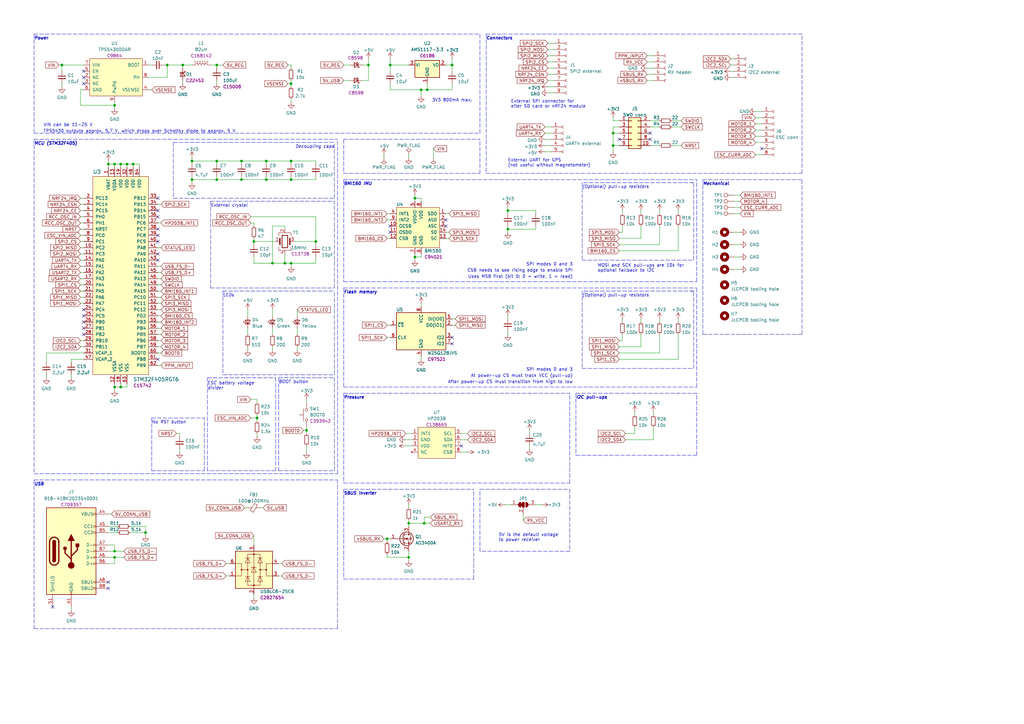
<source format=kicad_sch>
(kicad_sch (version 20211123) (generator eeschema)
  (paper "A3")
  (title_block (title "Quad board v2") (date "2022-12-28") (rev "1") (comment 1 "Copyright (C) 2022-2023 Jakub Výmola"))
  (junction (at 116.84 107.95))
  (junction (at 52.07 67.31))
  (junction (at 104.14 99.06))
  (junction (at 46.99 226.06))
  (junction (at 173.99 214.63))
  (junction (at 99.06 73.66))
  (junction (at 251.46 54.61))
  (junction (at 78.74 73.66))
  (junction (at 78.74 66.04))
  (junction (at 54.61 67.31))
  (junction (at 99.06 66.04))
  (junction (at 129.54 99.06))
  (junction (at 25.4 26.67))
  (junction (at 170.18 105.41))
  (junction (at 167.64 214.63))
  (junction (at 111.76 107.95))
  (junction (at 119.38 34.29))
  (junction (at 109.22 66.04))
  (junction (at 170.18 81.28))
  (junction (at 125.73 176.53))
  (junction (at 46.99 228.6))
  (junction (at 172.72 36.83))
  (junction (at 88.9 26.67))
  (junction (at 119.38 73.66))
  (junction (at 46.99 67.31))
  (junction (at 46.99 158.75))
  (junction (at 46.99 43.18))
  (junction (at 88.9 73.66))
  (junction (at 251.46 59.69))
  (junction (at 44.45 67.31))
  (junction (at 185.42 26.67))
  (junction (at 208.28 93.98))
  (junction (at 158.75 220.98))
  (junction (at 49.53 158.75))
  (junction (at 208.28 86.36))
  (junction (at 74.93 26.67))
  (junction (at 119.38 66.04))
  (junction (at 160.02 26.67))
  (junction (at 105.41 171.45))
  (junction (at 59.69 218.44))
  (junction (at 68.58 26.67))
  (junction (at 151.13 26.67))
  (junction (at 88.9 66.04))
  (junction (at 175.26 36.83))
  (junction (at 49.53 67.31))
  (junction (at 119.38 107.95))
  (junction (at 109.22 73.66))
  (junction (at 167.64 228.6))
  (no_connect (at 64.77 86.36))
  (no_connect (at 34.29 127))
  (no_connect (at 185.42 138.43))
  (no_connect (at 44.45 238.76))
  (no_connect (at 64.77 147.32))
  (no_connect (at 34.29 137.16))
  (no_connect (at 34.29 29.21))
  (no_connect (at 34.29 134.62))
  (no_connect (at 160.02 92.71))
  (no_connect (at 189.23 182.88))
  (no_connect (at 266.7 57.15))
  (no_connect (at 64.77 104.14))
  (no_connect (at 64.77 99.06))
  (no_connect (at 64.77 81.28))
  (no_connect (at 64.77 106.68))
  (no_connect (at 64.77 93.98))
  (no_connect (at 64.77 96.52))
  (no_connect (at 21.59 248.92))
  (no_connect (at 266.7 54.61))
  (no_connect (at 44.45 241.3))
  (no_connect (at 185.42 140.97))
  (no_connect (at 182.88 90.17))
  (no_connect (at 160.02 95.25))
  (no_connect (at 34.29 132.08))
  (no_connect (at 254 57.15))
  (no_connect (at 34.29 129.54))
  (no_connect (at 312.42 60.96))
  (no_connect (at 182.88 92.71))
  (no_connect (at 34.29 34.29))
  (no_connect (at 64.77 88.9))
  (no_connect (at 34.29 31.75))
  (polyline (pts (xy 284.48 151.13) (xy 284.48 119.38)))
  (wire (pts (xy 33.02 124.46) (xy 34.29 124.46)))
  (wire (pts (xy 224.79 30.48) (xy 227.33 30.48)))
  (polyline (pts (xy 196.85 200.66) (xy 233.68 200.66)))
  (wire (pts (xy 64.77 129.54) (xy 66.04 129.54)))
  (wire (pts (xy 167.64 228.6) (xy 167.64 226.06)))
  (wire (pts (xy 78.74 72.39) (xy 78.74 73.66)))
  (wire (pts (xy 223.52 59.69) (xy 226.06 59.69)))
  (wire (pts (xy 255.27 86.36) (xy 255.27 87.63)))
  (wire (pts (xy 224.79 35.56) (xy 227.33 35.56)))
  (wire (pts (xy 254 147.32) (xy 278.13 147.32)))
  (wire (pts (xy 278.13 86.36) (xy 278.13 87.63)))
  (wire (pts (xy 278.13 130.81) (xy 278.13 132.08)))
  (polyline (pts (xy 285.75 115.57) (xy 285.75 73.66)))
  (wire (pts (xy 223.52 52.07) (xy 226.06 52.07)))
  (polyline (pts (xy 85.09 154.94) (xy 113.03 154.94)))
  (wire (pts (xy 119.38 66.04) (xy 119.38 67.31)))
  (wire (pts (xy 300.99 100.33) (xy 303.53 100.33)))
  (wire (pts (xy 68.58 31.75) (xy 68.58 26.67)))
  (wire (pts (xy 64.77 139.7) (xy 66.04 139.7)))
  (wire (pts (xy 24.13 26.67) (xy 25.4 26.67)))
  (polyline (pts (xy 140.97 118.11) (xy 285.75 118.11)))
  (polyline (pts (xy 236.22 186.69) (xy 285.75 186.69)))
  (wire (pts (xy 158.75 97.79) (xy 160.02 97.79)))
  (wire (pts (xy 100.33 208.28) (xy 101.6 208.28)))
  (wire (pts (xy 166.37 177.8) (xy 168.91 177.8)))
  (polyline (pts (xy 140.97 73.66) (xy 285.75 73.66)))
  (wire (pts (xy 158.75 220.98) (xy 158.75 222.25)))
  (wire (pts (xy 44.45 210.82) (xy 45.72 210.82)))
  (wire (pts (xy 309.88 55.88) (xy 312.42 55.88)))
  (wire (pts (xy 254 142.24) (xy 262.89 142.24)))
  (wire (pts (xy 64.77 149.86) (xy 66.04 149.86)))
  (wire (pts (xy 44.45 66.04) (xy 44.45 67.31)))
  (wire (pts (xy 189.23 185.42) (xy 191.77 185.42)))
  (polyline (pts (xy 71.12 81.28) (xy 137.16 81.28)))
  (wire (pts (xy 33.02 111.76) (xy 34.29 111.76)))
  (polyline (pts (xy 233.68 198.12) (xy 233.68 161.29)))
  (wire (pts (xy 44.45 218.44) (xy 48.26 218.44)))
  (wire (pts (xy 119.38 73.66) (xy 129.54 73.66)))
  (wire (pts (xy 59.69 215.9) (xy 59.69 218.44)))
  (wire (pts (xy 208.28 92.71) (xy 208.28 93.98)))
  (wire (pts (xy 256.54 180.34) (xy 267.97 180.34)))
  (polyline (pts (xy 140.97 57.15) (xy 140.97 71.12)))
  (wire (pts (xy 300.99 87.63) (xy 303.53 87.63)))
  (wire (pts (xy 300.99 80.01) (xy 303.53 80.01)))
  (wire (pts (xy 33.02 121.92) (xy 34.29 121.92)))
  (wire (pts (xy 124.46 176.53) (xy 125.73 176.53)))
  (wire (pts (xy 34.29 144.78) (xy 19.05 144.78)))
  (polyline (pts (xy 85.09 154.94) (xy 85.09 193.04)))
  (wire (pts (xy 208.28 85.09) (xy 208.28 86.36)))
  (wire (pts (xy 251.46 59.69) (xy 251.46 62.23)))
  (wire (pts (xy 167.64 228.6) (xy 167.64 229.87)))
  (wire (pts (xy 49.53 67.31) (xy 49.53 68.58)))
  (polyline (pts (xy 86.36 82.55) (xy 137.16 82.55)))
  (wire (pts (xy 121.92 127) (xy 121.92 129.54)))
  (wire (pts (xy 177.8 60.96) (xy 177.8 64.77)))
  (wire (pts (xy 49.53 67.31) (xy 52.07 67.31)))
  (wire (pts (xy 53.34 215.9) (xy 59.69 215.9)))
  (wire (pts (xy 101.6 134.62) (xy 101.6 137.16)))
  (polyline (pts (xy 13.97 13.97) (xy 13.97 54.61)))
  (wire (pts (xy 254 102.87) (xy 278.13 102.87)))
  (polyline (pts (xy 238.76 106.68) (xy 284.48 106.68)))
  (wire (pts (xy 309.88 53.34) (xy 312.42 53.34)))
  (wire (pts (xy 64.77 144.78) (xy 66.04 144.78)))
  (wire (pts (xy 54.61 67.31) (xy 54.61 68.58)))
  (wire (pts (xy 74.93 26.67) (xy 74.93 27.94)))
  (wire (pts (xy 33.02 106.68) (xy 34.29 106.68)))
  (polyline (pts (xy 194.31 237.49) (xy 194.31 200.66)))
  (wire (pts (xy 104.14 91.44) (xy 104.14 92.71)))
  (wire (pts (xy 129.54 73.66) (xy 129.54 72.39)))
  (wire (pts (xy 158.75 87.63) (xy 160.02 87.63)))
  (wire (pts (xy 72.39 177.8) (xy 73.66 177.8)))
  (wire (pts (xy 208.28 93.98) (xy 208.28 95.25)))
  (wire (pts (xy 260.35 177.8) (xy 260.35 175.26)))
  (wire (pts (xy 46.99 226.06) (xy 50.8 226.06)))
  (polyline (pts (xy 140.97 161.29) (xy 140.97 198.12)))
  (wire (pts (xy 64.77 101.6) (xy 66.04 101.6)))
  (wire (pts (xy 33.02 101.6) (xy 34.29 101.6)))
  (wire (pts (xy 223.52 62.23) (xy 226.06 62.23)))
  (wire (pts (xy 109.22 72.39) (xy 109.22 73.66)))
  (wire (pts (xy 64.77 119.38) (xy 66.04 119.38)))
  (wire (pts (xy 309.88 45.72) (xy 312.42 45.72)))
  (wire (pts (xy 33.02 91.44) (xy 34.29 91.44)))
  (wire (pts (xy 119.38 33.02) (xy 119.38 34.29)))
  (wire (pts (xy 208.28 86.36) (xy 208.28 87.63)))
  (wire (pts (xy 74.93 33.02) (xy 74.93 34.29)))
  (polyline (pts (xy 233.68 200.66) (xy 233.68 226.06)))
  (wire (pts (xy 160.02 36.83) (xy 172.72 36.83)))
  (wire (pts (xy 254 97.79) (xy 262.89 97.79)))
  (wire (pts (xy 92.71 236.22) (xy 93.98 236.22)))
  (wire (pts (xy 309.88 63.5) (xy 312.42 63.5)))
  (wire (pts (xy 125.73 175.26) (xy 125.73 176.53)))
  (polyline (pts (xy 196.85 71.12) (xy 196.85 57.15)))
  (wire (pts (xy 33.02 86.36) (xy 34.29 86.36)))
  (wire (pts (xy 278.13 102.87) (xy 278.13 92.71)))
  (wire (pts (xy 88.9 66.04) (xy 99.06 66.04)))
  (wire (pts (xy 170.18 81.28) (xy 170.18 82.55)))
  (polyline (pts (xy 140.97 161.29) (xy 233.68 161.29)))
  (wire (pts (xy 121.92 134.62) (xy 121.92 137.16)))
  (wire (pts (xy 208.28 129.54) (xy 208.28 130.81)))
  (wire (pts (xy 270.51 92.71) (xy 270.51 100.33)))
  (wire (pts (xy 78.74 64.77) (xy 78.74 66.04)))
  (wire (pts (xy 224.79 33.02) (xy 227.33 33.02)))
  (wire (pts (xy 33.02 142.24) (xy 34.29 142.24)))
  (wire (pts (xy 99.06 66.04) (xy 99.06 67.31)))
  (polyline (pts (xy 233.68 226.06) (xy 196.85 226.06)))
  (wire (pts (xy 116.84 93.98) (xy 116.84 92.71)))
  (wire (pts (xy 52.07 67.31) (xy 54.61 67.31)))
  (wire (pts (xy 73.66 177.8) (xy 73.66 179.07)))
  (polyline (pts (xy 288.29 73.66) (xy 328.93 73.66)))
  (wire (pts (xy 33.02 88.9) (xy 34.29 88.9)))
  (wire (pts (xy 109.22 66.04) (xy 109.22 67.31)))
  (wire (pts (xy 46.99 158.75) (xy 46.99 160.02)))
  (wire (pts (xy 44.45 67.31) (xy 46.99 67.31)))
  (wire (pts (xy 173.99 214.63) (xy 176.53 214.63)))
  (wire (pts (xy 158.75 227.33) (xy 158.75 228.6)))
  (polyline (pts (xy 238.76 151.13) (xy 284.48 151.13)))
  (wire (pts (xy 101.6 142.24) (xy 101.6 143.51)))
  (wire (pts (xy 167.64 63.5) (xy 167.64 64.77)))
  (wire (pts (xy 175.26 36.83) (xy 185.42 36.83)))
  (polyline (pts (xy 91.44 153.67) (xy 137.16 153.67)))
  (wire (pts (xy 262.89 86.36) (xy 262.89 87.63)))
  (wire (pts (xy 207.01 207.01) (xy 209.55 207.01)))
  (wire (pts (xy 33.02 81.28) (xy 34.29 81.28)))
  (wire (pts (xy 140.97 26.67) (xy 143.51 26.67)))
  (polyline (pts (xy 137.16 81.28) (xy 137.16 58.42)))
  (polyline (pts (xy 83.82 193.04) (xy 83.82 171.45)))
  (wire (pts (xy 309.88 48.26) (xy 312.42 48.26)))
  (wire (pts (xy 265.43 25.4) (xy 267.97 25.4)))
  (wire (pts (xy 265.43 22.86) (xy 267.97 22.86)))
  (polyline (pts (xy 288.29 73.66) (xy 288.29 137.16)))
  (wire (pts (xy 175.26 34.29) (xy 175.26 36.83)))
  (wire (pts (xy 119.38 26.67) (xy 119.38 27.94)))
  (polyline (pts (xy 137.16 193.04) (xy 137.16 154.94)))
  (wire (pts (xy 46.99 228.6) (xy 50.8 228.6)))
  (wire (pts (xy 119.38 107.95) (xy 129.54 107.95)))
  (wire (pts (xy 116.84 104.14) (xy 116.84 107.95)))
  (wire (pts (xy 119.38 34.29) (xy 118.11 34.29)))
  (polyline (pts (xy 138.43 257.81) (xy 138.43 196.85)))
  (wire (pts (xy 53.34 218.44) (xy 59.69 218.44)))
  (wire (pts (xy 111.76 142.24) (xy 111.76 143.51)))
  (wire (pts (xy 224.79 38.1) (xy 227.33 38.1)))
  (wire (pts (xy 104.14 97.79) (xy 104.14 99.06)))
  (wire (pts (xy 275.59 52.07) (xy 279.4 52.07)))
  (wire (pts (xy 166.37 180.34) (xy 168.91 180.34)))
  (polyline (pts (xy 238.76 74.93) (xy 238.76 106.68)))
  (wire (pts (xy 170.18 81.28) (xy 172.72 81.28)))
  (wire (pts (xy 119.38 66.04) (xy 129.54 66.04)))
  (wire (pts (xy 64.77 121.92) (xy 66.04 121.92)))
  (wire (pts (xy 254 100.33) (xy 270.51 100.33)))
  (wire (pts (xy 170.18 105.41) (xy 170.18 106.68)))
  (wire (pts (xy 33.02 93.98) (xy 34.29 93.98)))
  (wire (pts (xy 64.77 132.08) (xy 66.04 132.08)))
  (polyline (pts (xy 140.97 73.66) (xy 140.97 115.57)))
  (wire (pts (xy 88.9 72.39) (xy 88.9 73.66)))
  (polyline (pts (xy 140.97 237.49) (xy 194.31 237.49)))
  (wire (pts (xy 166.37 182.88) (xy 168.91 182.88)))
  (polyline (pts (xy 140.97 57.15) (xy 196.85 57.15)))
  (wire (pts (xy 78.74 66.04) (xy 78.74 67.31)))
  (wire (pts (xy 160.02 29.21) (xy 160.02 26.67)))
  (polyline (pts (xy 138.43 194.31) (xy 138.43 57.15)))
  (wire (pts (xy 217.17 176.53) (xy 217.17 177.8)))
  (polyline (pts (xy 285.75 158.75) (xy 285.75 118.11)))
  (polyline (pts (xy 283.21 119.38) (xy 284.48 119.38)))
  (wire (pts (xy 224.79 22.86) (xy 227.33 22.86)))
  (polyline (pts (xy 196.85 54.61) (xy 196.85 13.97)))
  (wire (pts (xy 140.97 33.02) (xy 143.51 33.02)))
  (wire (pts (xy 111.76 107.95) (xy 116.84 107.95)))
  (wire (pts (xy 116.84 92.71) (xy 111.76 92.71)))
  (wire (pts (xy 270.51 130.81) (xy 270.51 132.08)))
  (wire (pts (xy 266.7 49.53) (xy 270.51 49.53)))
  (wire (pts (xy 92.71 231.14) (xy 93.98 231.14)))
  (wire (pts (xy 173.99 212.09) (xy 176.53 212.09)))
  (wire (pts (xy 59.69 218.44) (xy 59.69 219.71)))
  (wire (pts (xy 29.21 248.92) (xy 29.21 250.19)))
  (wire (pts (xy 299.72 31.75) (xy 300.99 31.75)))
  (wire (pts (xy 185.42 130.81) (xy 186.69 130.81)))
  (wire (pts (xy 255.27 130.81) (xy 255.27 132.08)))
  (wire (pts (xy 185.42 36.83) (xy 185.42 34.29)))
  (wire (pts (xy 33.02 99.06) (xy 34.29 99.06)))
  (wire (pts (xy 251.46 48.26) (xy 251.46 49.53)))
  (polyline (pts (xy 62.23 171.45) (xy 62.23 193.04)))
  (polyline (pts (xy 328.93 137.16) (xy 328.93 73.66)))
  (wire (pts (xy 182.88 97.79) (xy 184.15 97.79)))
  (wire (pts (xy 158.75 133.35) (xy 160.02 133.35)))
  (wire (pts (xy 33.02 104.14) (xy 34.29 104.14)))
  (wire (pts (xy 309.88 58.42) (xy 312.42 58.42)))
  (wire (pts (xy 106.68 208.28) (xy 107.95 208.28)))
  (wire (pts (xy 275.59 49.53) (xy 279.4 49.53)))
  (wire (pts (xy 60.96 36.83) (xy 62.23 36.83)))
  (polyline (pts (xy 140.97 118.11) (xy 140.97 158.75)))
  (wire (pts (xy 158.75 90.17) (xy 160.02 90.17)))
  (wire (pts (xy 49.53 157.48) (xy 49.53 158.75)))
  (wire (pts (xy 262.89 130.81) (xy 262.89 132.08)))
  (wire (pts (xy 167.64 214.63) (xy 167.64 215.9)))
  (polyline (pts (xy 91.44 119.38) (xy 137.16 119.38)))
  (wire (pts (xy 219.71 93.98) (xy 219.71 92.71)))
  (wire (pts (xy 224.79 25.4) (xy 227.33 25.4)))
  (polyline (pts (xy 284.48 119.38) (xy 238.76 119.38)))
  (wire (pts (xy 68.58 26.67) (xy 74.93 26.67)))
  (wire (pts (xy 158.75 228.6) (xy 167.64 228.6)))
  (wire (pts (xy 64.77 127) (xy 66.04 127)))
  (wire (pts (xy 170.18 80.01) (xy 170.18 81.28)))
  (wire (pts (xy 78.74 73.66) (xy 78.74 74.93)))
  (wire (pts (xy 104.14 99.06) (xy 104.14 100.33)))
  (wire (pts (xy 224.79 17.78) (xy 227.33 17.78)))
  (wire (pts (xy 160.02 24.13) (xy 160.02 26.67)))
  (wire (pts (xy 129.54 66.04) (xy 129.54 67.31)))
  (wire (pts (xy 118.11 26.67) (xy 119.38 26.67)))
  (wire (pts (xy 52.07 67.31) (xy 52.07 68.58)))
  (polyline (pts (xy 86.36 82.55) (xy 86.36 118.11)))
  (wire (pts (xy 88.9 73.66) (xy 99.06 73.66)))
  (wire (pts (xy 86.36 26.67) (xy 88.9 26.67)))
  (wire (pts (xy 44.45 223.52) (xy 46.99 223.52)))
  (wire (pts (xy 113.03 99.06) (xy 104.14 99.06)))
  (wire (pts (xy 148.59 26.67) (xy 151.13 26.67)))
  (wire (pts (xy 160.02 26.67) (xy 167.64 26.67)))
  (wire (pts (xy 208.28 135.89) (xy 208.28 137.16)))
  (wire (pts (xy 157.48 220.98) (xy 158.75 220.98)))
  (wire (pts (xy 262.89 142.24) (xy 262.89 137.16)))
  (wire (pts (xy 275.59 59.69) (xy 279.4 59.69)))
  (wire (pts (xy 52.07 157.48) (xy 52.07 158.75)))
  (wire (pts (xy 88.9 66.04) (xy 88.9 67.31)))
  (wire (pts (xy 99.06 73.66) (xy 109.22 73.66)))
  (wire (pts (xy 120.65 99.06) (xy 129.54 99.06)))
  (wire (pts (xy 46.99 43.18) (xy 33.02 43.18)))
  (wire (pts (xy 167.64 213.36) (xy 167.64 214.63)))
  (wire (pts (xy 299.72 26.67) (xy 300.99 26.67)))
  (wire (pts (xy 173.99 212.09) (xy 173.99 214.63)))
  (polyline (pts (xy 71.12 58.42) (xy 137.16 58.42)))
  (wire (pts (xy 102.87 91.44) (xy 104.14 91.44)))
  (wire (pts (xy 119.38 34.29) (xy 119.38 35.56)))
  (wire (pts (xy 109.22 66.04) (xy 119.38 66.04)))
  (wire (pts (xy 299.72 29.21) (xy 300.99 29.21)))
  (wire (pts (xy 251.46 49.53) (xy 254 49.53)))
  (wire (pts (xy 114.3 231.14) (xy 115.57 231.14)))
  (wire (pts (xy 172.72 146.05) (xy 172.72 147.32)))
  (polyline (pts (xy 284.48 106.68) (xy 284.48 74.93)))
  (wire (pts (xy 78.74 73.66) (xy 88.9 73.66)))
  (polyline (pts (xy 62.23 193.04) (xy 83.82 193.04)))
  (wire (pts (xy 44.45 67.31) (xy 44.45 68.58)))
  (wire (pts (xy 254 95.25) (xy 255.27 95.25)))
  (wire (pts (xy 270.51 137.16) (xy 270.51 144.78)))
  (wire (pts (xy 208.28 86.36) (xy 219.71 86.36)))
  (wire (pts (xy 44.45 228.6) (xy 46.99 228.6)))
  (wire (pts (xy 129.54 99.06) (xy 129.54 100.33)))
  (wire (pts (xy 182.88 26.67) (xy 185.42 26.67)))
  (wire (pts (xy 151.13 33.02) (xy 148.59 33.02)))
  (wire (pts (xy 160.02 34.29) (xy 160.02 36.83)))
  (wire (pts (xy 25.4 26.67) (xy 25.4 29.21)))
  (wire (pts (xy 54.61 67.31) (xy 57.15 67.31)))
  (wire (pts (xy 104.14 107.95) (xy 111.76 107.95)))
  (wire (pts (xy 251.46 54.61) (xy 251.46 59.69)))
  (wire (pts (xy 129.54 105.41) (xy 129.54 107.95)))
  (wire (pts (xy 33.02 114.3) (xy 34.29 114.3)))
  (wire (pts (xy 33.02 139.7) (xy 34.29 139.7)))
  (wire (pts (xy 121.92 142.24) (xy 121.92 143.51)))
  (wire (pts (xy 300.99 95.25) (xy 303.53 95.25)))
  (wire (pts (xy 99.06 66.04) (xy 109.22 66.04)))
  (wire (pts (xy 33.02 109.22) (xy 34.29 109.22)))
  (wire (pts (xy 170.18 105.41) (xy 172.72 105.41)))
  (polyline (pts (xy 114.3 193.04) (xy 137.16 193.04)))
  (wire (pts (xy 182.88 87.63) (xy 184.15 87.63)))
  (wire (pts (xy 182.88 95.25) (xy 184.15 95.25)))
  (wire (pts (xy 223.52 54.61) (xy 226.06 54.61)))
  (polyline (pts (xy 140.97 115.57) (xy 285.75 115.57)))
  (wire (pts (xy 265.43 30.48) (xy 267.97 30.48)))
  (polyline (pts (xy 13.97 13.97) (xy 196.85 13.97)))
  (wire (pts (xy 78.74 66.04) (xy 88.9 66.04)))
  (wire (pts (xy 104.14 105.41) (xy 104.14 107.95)))
  (wire (pts (xy 64.77 114.3) (xy 66.04 114.3)))
  (wire (pts (xy 44.45 215.9) (xy 48.26 215.9)))
  (wire (pts (xy 46.99 231.14) (xy 44.45 231.14)))
  (polyline (pts (xy 71.12 58.42) (xy 71.12 81.28)))
  (wire (pts (xy 104.14 219.71) (xy 104.14 223.52)))
  (wire (pts (xy 46.99 226.06) (xy 44.45 226.06)))
  (wire (pts (xy 172.72 105.41) (xy 172.72 104.14)))
  (wire (pts (xy 300.99 105.41) (xy 303.53 105.41)))
  (wire (pts (xy 64.77 142.24) (xy 66.04 142.24)))
  (wire (pts (xy 102.87 171.45) (xy 105.41 171.45)))
  (wire (pts (xy 158.75 220.98) (xy 160.02 220.98)))
  (wire (pts (xy 101.6 127) (xy 101.6 129.54)))
  (polyline (pts (xy 199.39 13.97) (xy 328.93 13.97)))
  (wire (pts (xy 119.38 72.39) (xy 119.38 73.66)))
  (polyline (pts (xy 114.3 154.94) (xy 137.16 154.94)))
  (polyline (pts (xy 13.97 57.15) (xy 13.97 194.31)))
  (wire (pts (xy 29.21 153.67) (xy 29.21 154.94)))
  (wire (pts (xy 158.75 138.43) (xy 160.02 138.43)))
  (polyline (pts (xy 285.75 186.69) (xy 285.75 161.29)))
  (wire (pts (xy 34.29 147.32) (xy 29.21 147.32)))
  (wire (pts (xy 125.73 163.83) (xy 125.73 165.1)))
  (wire (pts (xy 157.48 63.5) (xy 157.48 64.77)))
  (polyline (pts (xy 199.39 71.12) (xy 328.93 71.12)))
  (wire (pts (xy 33.02 119.38) (xy 34.29 119.38)))
  (wire (pts (xy 64.77 109.22) (xy 66.04 109.22)))
  (wire (pts (xy 33.02 36.83) (xy 34.29 36.83)))
  (polyline (pts (xy 137.16 118.11) (xy 137.16 82.55)))
  (wire (pts (xy 60.96 31.75) (xy 68.58 31.75)))
  (wire (pts (xy 19.05 153.67) (xy 19.05 154.94)))
  (wire (pts (xy 25.4 34.29) (xy 25.4 35.56)))
  (wire (pts (xy 64.77 124.46) (xy 66.04 124.46)))
  (wire (pts (xy 260.35 168.91) (xy 260.35 170.18)))
  (wire (pts (xy 300.99 85.09) (xy 303.53 85.09)))
  (wire (pts (xy 111.76 127) (xy 111.76 129.54)))
  (wire (pts (xy 189.23 177.8) (xy 191.77 177.8)))
  (polyline (pts (xy 13.97 196.85) (xy 13.97 257.81)))
  (wire (pts (xy 255.27 95.25) (xy 255.27 92.71)))
  (wire (pts (xy 256.54 177.8) (xy 260.35 177.8)))
  (wire (pts (xy 125.73 182.88) (xy 125.73 185.42)))
  (polyline (pts (xy 13.97 194.31) (xy 138.43 194.31)))
  (wire (pts (xy 254 144.78) (xy 270.51 144.78)))
  (wire (pts (xy 185.42 133.35) (xy 186.69 133.35)))
  (wire (pts (xy 64.77 111.76) (xy 66.04 111.76)))
  (wire (pts (xy 29.21 147.32) (xy 29.21 148.59)))
  (wire (pts (xy 262.89 97.79) (xy 262.89 92.71)))
  (wire (pts (xy 189.23 180.34) (xy 191.77 180.34)))
  (wire (pts (xy 254 139.7) (xy 255.27 139.7)))
  (wire (pts (xy 217.17 182.88) (xy 217.17 184.15)))
  (polyline (pts (xy 140.97 200.66) (xy 194.31 200.66)))
  (wire (pts (xy 33.02 83.82) (xy 34.29 83.82)))
  (polyline (pts (xy 328.93 71.12) (xy 328.93 13.97)))
  (wire (pts (xy 64.77 91.44) (xy 66.04 91.44)))
  (polyline (pts (xy 140.97 71.12) (xy 196.85 71.12)))
  (polyline (pts (xy 13.97 257.81) (xy 138.43 257.81)))
  (wire (pts (xy 151.13 24.13) (xy 151.13 26.67)))
  (wire (pts (xy 214.63 210.82) (xy 214.63 213.36)))
  (wire (pts (xy 219.71 86.36) (xy 219.71 87.63)))
  (wire (pts (xy 46.99 228.6) (xy 46.99 231.14)))
  (wire (pts (xy 104.14 243.84) (xy 104.14 245.11)))
  (wire (pts (xy 33.02 43.18) (xy 33.02 36.83)))
  (wire (pts (xy 309.88 50.8) (xy 312.42 50.8)))
  (wire (pts (xy 172.72 124.46) (xy 172.72 125.73)))
  (wire (pts (xy 105.41 163.83) (xy 105.41 165.1)))
  (wire (pts (xy 251.46 59.69) (xy 254 59.69)))
  (wire (pts (xy 64.77 134.62) (xy 66.04 134.62)))
  (polyline (pts (xy 91.44 119.38) (xy 91.44 153.67)))
  (wire (pts (xy 151.13 26.67) (xy 151.13 33.02)))
  (polyline (pts (xy 113.03 154.94) (xy 113.03 193.04)))
  (polyline (pts (xy 288.29 137.16) (xy 328.93 137.16)))
  (wire (pts (xy 185.42 26.67) (xy 185.42 24.13)))
  (wire (pts (xy 109.22 73.66) (xy 119.38 73.66)))
  (wire (pts (xy 267.97 168.91) (xy 267.97 170.18)))
  (wire (pts (xy 19.05 144.78) (xy 19.05 148.59)))
  (polyline (pts (xy 236.22 161.29) (xy 236.22 186.69)))
  (polyline (pts (xy 140.97 158.75) (xy 285.75 158.75)))
  (polyline (pts (xy 199.39 13.97) (xy 199.39 71.12)))
  (wire (pts (xy 170.18 104.14) (xy 170.18 105.41)))
  (polyline (pts (xy 137.16 153.67) (xy 137.16 119.38)))
  (wire (pts (xy 46.99 157.48) (xy 46.99 158.75)))
  (wire (pts (xy 167.64 214.63) (xy 173.99 214.63)))
  (wire (pts (xy 119.38 107.95) (xy 119.38 109.22)))
  (wire (pts (xy 267.97 180.34) (xy 267.97 175.26)))
  (wire (pts (xy 266.7 52.07) (xy 270.51 52.07)))
  (polyline (pts (xy 238.76 119.38) (xy 238.76 151.13)))
  (wire (pts (xy 46.99 43.18) (xy 46.99 44.45)))
  (wire (pts (xy 270.51 86.36) (xy 270.51 87.63)))
  (wire (pts (xy 102.87 88.9) (xy 129.54 88.9)))
  (wire (pts (xy 129.54 88.9) (xy 129.54 99.06)))
  (polyline (pts (xy 114.3 154.94) (xy 114.3 193.04)))
  (polyline (pts (xy 284.48 74.93) (xy 238.76 74.93)))
  (wire (pts (xy 105.41 171.45) (xy 105.41 172.72)))
  (wire (pts (xy 255.27 139.7) (xy 255.27 137.16)))
  (polyline (pts (xy 140.97 200.66) (xy 140.97 237.49)))
  (polyline (pts (xy 13.97 57.15) (xy 138.43 57.15)))
  (wire (pts (xy 25.4 26.67) (xy 34.29 26.67)))
  (wire (pts (xy 172.72 36.83) (xy 172.72 39.37)))
  (wire (pts (xy 74.93 26.67) (xy 78.74 26.67)))
  (wire (pts (xy 172.72 36.83) (xy 175.26 36.83)))
  (wire (pts (xy 105.41 177.8) (xy 105.41 179.07)))
  (wire (pts (xy 223.52 57.15) (xy 226.06 57.15)))
  (wire (pts (xy 64.77 137.16) (xy 66.04 137.16)))
  (wire (pts (xy 46.99 67.31) (xy 49.53 67.31)))
  (wire (pts (xy 300.99 82.55) (xy 303.53 82.55)))
  (wire (pts (xy 46.99 67.31) (xy 46.99 68.58)))
  (wire (pts (xy 111.76 92.71) (xy 111.76 107.95)))
  (wire (pts (xy 265.43 27.94) (xy 267.97 27.94)))
  (wire (pts (xy 68.58 26.67) (xy 67.31 26.67)))
  (wire (pts (xy 64.77 116.84) (xy 66.04 116.84)))
  (wire (pts (xy 88.9 33.02) (xy 88.9 34.29)))
  (wire (pts (xy 278.13 147.32) (xy 278.13 137.16)))
  (wire (pts (xy 265.43 33.02) (xy 267.97 33.02)))
  (wire (pts (xy 46.99 41.91) (xy 46.99 43.18)))
  (wire (pts (xy 99.06 72.39) (xy 99.06 73.66)))
  (wire (pts (xy 224.79 20.32) (xy 227.33 20.32)))
  (wire (pts (xy 224.79 27.94) (xy 227.33 27.94)))
  (polyline (pts (xy 236.22 161.29) (xy 285.75 161.29)))
  (wire (pts (xy 66.04 83.82) (xy 64.77 83.82)))
  (wire (pts (xy 88.9 26.67) (xy 91.44 26.67)))
  (wire (pts (xy 57.15 67.31) (xy 57.15 68.58)))
  (polyline (pts (xy 113.03 193.04) (xy 85.09 193.04)))
  (polyline (pts (xy 283.21 74.93) (xy 284.48 74.93)))
  (wire (pts (xy 88.9 26.67) (xy 88.9 27.94)))
  (polyline (pts (xy 13.97 54.61) (xy 196.85 54.61)))
  (wire (pts (xy 251.46 52.07) (xy 251.46 54.61)))
  (polyline (pts (xy 13.97 196.85) (xy 138.43 196.85)))
  (wire (pts (xy 102.87 163.83) (xy 105.41 163.83)))
  (wire (pts (xy 172.72 81.28) (xy 172.72 82.55)))
  (wire (pts (xy 185.42 26.67) (xy 185.42 29.21)))
  (wire (pts (xy 251.46 54.61) (xy 254 54.61)))
  (wire (pts (xy 33.02 96.52) (xy 34.29 96.52)))
  (wire (pts (xy 60.96 26.67) (xy 62.23 26.67)))
  (polyline (pts (xy 140.97 198.12) (xy 233.68 198.12)))
  (wire (pts (xy 111.76 134.62) (xy 111.76 137.16)))
  (wire (pts (xy 266.7 59.69) (xy 270.51 59.69)))
  (wire (pts (xy 119.38 40.64) (xy 119.38 41.91)))
  (wire (pts (xy 254 52.07) (xy 251.46 52.07)))
  (polyline (pts (xy 196.85 226.06) (xy 196.85 200.66)))
  (wire (pts (xy 46.99 158.75) (xy 49.53 158.75)))
  (wire (pts (xy 105.41 170.18) (xy 105.41 171.45)))
  (wire (pts (xy 299.72 24.13) (xy 300.99 24.13)))
  (polyline (pts (xy 62.23 171.45) (xy 83.82 171.45)))
  (wire (pts (xy 125.73 176.53) (xy 125.73 177.8)))
  (wire (pts (xy 73.66 184.15) (xy 73.66 185.42)))
  (wire (pts (xy 114.3 236.22) (xy 115.57 236.22)))
  (wire (pts (xy 49.53 158.75) (xy 52.07 158.75)))
  (wire (pts (xy 116.84 107.95) (xy 119.38 107.95)))
  (wire (pts (xy 300.99 110.49) (xy 303.53 110.49)))
  (wire (pts (xy 208.28 93.98) (xy 219.71 93.98)))
  (wire (pts (xy 167.64 207.01) (xy 167.64 208.28)))
  (wire (pts (xy 219.71 207.01) (xy 222.25 207.01)))
  (wire (pts (xy 33.02 116.84) (xy 34.29 116.84)))
  (wire (pts (xy 46.99 223.52) (xy 46.99 226.06)))
  (polyline (pts (xy 86.36 118.11) (xy 137.16 118.11)))
  (text "SPI modes 0 and 3" (at 234.95 109.22 180) (effects (font (size 1.27 1.27)) (justify right bottom)))
  (text "Decoupling caps" (at 137.16 60.96 180) (effects (font (size 1.27 1.27) italic) (justify right bottom)))
  (text "SPI modes 0 and 3" (at 234.95 152.4 180) (effects (font (size 1.27 1.27)) (justify right bottom)))
  (text "Flash memory" (at 140.97 120.65 0) (effects (font (size 1.27 1.27) (thickness 0.254) bold italic) (justify left bottom)))
  (text "CSB needs to see rising edge to enable SPI" (at 234.95 111.76 180) (effects (font (size 1.27 1.27)) (justify right bottom)))
  (text "At power-up CS must track VCC (pull-up)" (at 234.95 154.94 180) (effects (font (size 1.27 1.27)) (justify right bottom)))
  (text "VIN can be 11-25 V" (at 17.78 52.07 0) (effects (font (size 1.27 1.27)) (justify left bottom)))
  (text "MCU (STM32F405)" (at 13.97 59.69 0) (effects (font (size 1.27 1.27) bold italic) (justify left bottom)))
  (text "USB" (at 13.97 199.39 0) (effects (font (size 1.27 1.27) (thickness 0.254) bold italic) (justify left bottom)))
  (text "Uses MSB first (bit 0: 0 = write, 1 = read)" (at 234.95 114.3 180) (effects (font (size 1.27 1.27)) (justify right bottom)))
  (text "SBUS inverter" (at 140.97 203.2 0) (effects (font (size 1.27 1.27) bold italic) (justify left bottom)))
  (text "LEDs" (at 91.44 121.92 0) (effects (font (size 1.27 1.27) italic) (justify left bottom)))
  (text "3V3 800mA max." (at 177.165 41.91 0) (effects (font (size 1.27 1.27)) (justify left bottom)))
  (text "External SPI connector for\neiter SD card or nRF24 module" (at 209.55 44.45 0) (effects (font (size 1.27 1.27)) (justify left bottom)))
  (text "TPS5430 outputs approx. 5.7 V, which drops over Schottky diode to approx. 5 V" (at 17.78 54.61 0) (effects (font (size 1.27 1.27)) (justify left bottom)))
  (text "5V is the default voltage\nto power receiver" (at 204.47 222.25 0) (effects (font (size 1.27 1.27) italic) (justify left bottom)))
  (text "BMI160 IMU" (at 140.97 76.2 0) (effects (font (size 1.27 1.27) (thickness 0.254) bold italic) (justify left bottom)))
  (text "(Optional) pull-up resistors" (at 238.76 77.47 0) (effects (font (size 1.27 1.27) italic) (justify left bottom)))
  (text "No RST button" (at 62.23 173.99 0) (effects (font (size 1.27 1.27) italic) (justify left bottom)))
  (text "ESC battery voltage\ndivider" (at 85.09 160.02 0) (effects (font (size 1.27 1.27) italic) (justify left bottom)))
  (text "(Optional) pull-up resistors" (at 238.76 121.92 0) (effects (font (size 1.27 1.27) italic) (justify left bottom)))
  (text "Pressure" (at 140.97 163.83 0) (effects (font (size 1.27 1.27) (thickness 0.254) bold italic) (justify left bottom)))
  (text "Connectors" (at 199.39 16.51 0) (effects (font (size 1.27 1.27) (thickness 0.254) bold italic) (justify left bottom)))
  (text "BOOT button" (at 114.3 157.48 0) (effects (font (size 1.27 1.27) italic) (justify left bottom)))
  (text "I2C pull-ups" (at 236.22 163.83 0) (effects (font (size 1.27 1.27) bold italic) (justify left bottom)))
  (text "After power-up CS must transition from high to low" (at 234.95 157.48 180) (effects (font (size 1.27 1.27)) (justify right bottom)))
  (text "External crystal" (at 86.36 85.09 0) (effects (font (size 1.27 1.27) italic) (justify left bottom)))
  (text "Power" (at 13.97 16.51 0) (effects (font (size 1.27 1.27) (thickness 0.254) bold italic) (justify left bottom)))
  (text "Mechanical" (at 288.29 76.2 0) (effects (font (size 1.27 1.27) (thickness 0.254) bold italic) (justify left bottom)))
  (text "External UART for GPS\n(not useful without magnetometer)" (at 208.28 68.58 0) (effects (font (size 1.27 1.27)) (justify left bottom)))
  (text "MOSI and SCK pull-ups are 10k for\noptional fallback to I2C" (at 245.11 111.76 0) (effects (font (size 1.27 1.27)) (justify left bottom)))
  (global_label "USB_FS_D-" (shape input) (at 66.04 109.22 0) (property "Intersheet References" "${INTERSHEET_REFS}" (effects hide)))
  (global_label "BMI160_CS" (shape input) (at 254 102.87 180) (property "Intersheet References" "${INTERSHEET_REFS}" (effects hide)))
  (global_label "USART2_RX" (shape input) (at 176.53 214.63 0) (property "Intersheet References" "${INTERSHEET_REFS}" (effects hide)))
  (global_label "SPI3_MISO" (shape input) (at 66.04 124.46 0) (property "Intersheet References" "${INTERSHEET_REFS}" (effects hide)))
  (global_label "VIN" (shape input) (at 24.13 26.67 180) (property "Intersheet References" "${INTERSHEET_REFS}" (effects hide)))
  (global_label "SPI3_MOSI" (shape input) (at 184.15 95.25 0) (property "Intersheet References" "${INTERSHEET_REFS}" (effects hide)))
  (global_label "SPI1_CS" (shape input) (at 158.75 133.35 180) (property "Intersheet References" "${INTERSHEET_REFS}" (effects hide)))
  (global_label "SPI1_MISO" (shape input) (at 254 142.24 180) (property "Intersheet References" "${INTERSHEET_REFS}" (effects hide)))
  (global_label "5V_REG" (shape input) (at 91.44 26.67 0) (property "Intersheet References" "${INTERSHEET_REFS}" (effects hide)))
  (global_label "RX_VCC" (shape input) (at 214.63 213.36 0) (property "Intersheet References" "${INTERSHEET_REFS}" (effects hide)))
  (global_label "BMI160_INT2" (shape input) (at 66.04 132.08 0) (property "Intersheet References" "${INTERSHEET_REFS}" (effects hide)))
  (global_label "SPI2_SCK" (shape input) (at 66.04 83.82 0) (property "Intersheet References" "${INTERSHEET_REFS}" (effects hide)))
  (global_label "VSENSE" (shape input) (at 118.11 34.29 180) (property "Intersheet References" "${INTERSHEET_REFS}" (effects hide)))
  (global_label "VSENSE" (shape input) (at 62.23 36.83 0) (property "Intersheet References" "${INTERSHEET_REFS}" (effects hide)))
  (global_label "RCC_OSC_IN" (shape input) (at 102.87 88.9 180) (property "Intersheet References" "${INTERSHEET_REFS}" (effects hide)))
  (global_label "VIN" (shape input) (at 309.88 48.26 180) (property "Intersheet References" "${INTERSHEET_REFS}" (effects hide)))
  (global_label "SPI3_MISO" (shape input) (at 184.15 87.63 0) (property "Intersheet References" "${INTERSHEET_REFS}" (effects hide)))
  (global_label "SPI2_CS" (shape input) (at 224.79 25.4 180) (property "Intersheet References" "${INTERSHEET_REFS}" (effects hide)))
  (global_label "USART2_RX" (shape input) (at 33.02 114.3 180) (property "Intersheet References" "${INTERSHEET_REFS}" (effects hide)))
  (global_label "BMI160_INT1" (shape input) (at 66.04 119.38 0) (property "Intersheet References" "${INTERSHEET_REFS}" (effects hide)))
  (global_label "SPI1_CS" (shape input) (at 33.02 116.84 180) (property "Intersheet References" "${INTERSHEET_REFS}" (effects hide)))
  (global_label "SPI1_MOSI" (shape input) (at 186.69 130.81 0) (property "Intersheet References" "${INTERSHEET_REFS}" (effects hide)))
  (global_label "STATUS_LED" (shape input) (at 66.04 101.6 0) (property "Intersheet References" "${INTERSHEET_REFS}" (effects hide)))
  (global_label "SPI2_SCK" (shape input) (at 224.79 17.78 180) (property "Intersheet References" "${INTERSHEET_REFS}" (effects hide)))
  (global_label "BMI160_INT2" (shape input) (at 158.75 90.17 180) (property "Intersheet References" "${INTERSHEET_REFS}" (effects hide)))
  (global_label "MOTOR_4" (shape input) (at 309.88 58.42 180) (property "Intersheet References" "${INTERSHEET_REFS}" (effects hide)))
  (global_label "UART4_TX" (shape input) (at 223.52 52.07 180) (property "Intersheet References" "${INTERSHEET_REFS}" (effects hide)))
  (global_label "PPM_INPUT" (shape input) (at 265.43 22.86 180) (property "Intersheet References" "${INTERSHEET_REFS}" (effects hide)))
  (global_label "RCC_OSC_OUT" (shape input) (at 33.02 91.44 180) (property "Intersheet References" "${INTERSHEET_REFS}" (effects hide)))
  (global_label "ESC_CURR_ADC" (shape input) (at 303.53 85.09 0) (property "Intersheet References" "${INTERSHEET_REFS}" (effects hide)))
  (global_label "MOTOR_3" (shape input) (at 66.04 139.7 0) (property "Intersheet References" "${INTERSHEET_REFS}" (effects hide)))
  (global_label "SWCLK" (shape input) (at 66.04 116.84 0) (property "Intersheet References" "${INTERSHEET_REFS}" (effects hide)))
  (global_label "ESC_VIN_ADC" (shape input) (at 102.87 171.45 180) (property "Intersheet References" "${INTERSHEET_REFS}" (effects hide)))
  (global_label "NRF24_IRQ" (shape input) (at 33.02 81.28 180) (property "Intersheet References" "${INTERSHEET_REFS}" (effects hide)))
  (global_label "NRST" (shape input) (at 72.39 177.8 180) (property "Intersheet References" "${INTERSHEET_REFS}" (effects hide)))
  (global_label "SPI2_MISO" (shape input) (at 224.79 22.86 180) (property "Intersheet References" "${INTERSHEET_REFS}" (effects hide)))
  (global_label "ESC_CURR_ADC" (shape input) (at 309.88 63.5 180) (property "Intersheet References" "${INTERSHEET_REFS}" (effects hide)))
  (global_label "USB_FS_D-" (shape input) (at 115.57 231.14 0) (property "Intersheet References" "${INTERSHEET_REFS}" (effects hide)))
  (global_label "I2C2_SCL" (shape input) (at 191.77 177.8 0) (property "Intersheet References" "${INTERSHEET_REFS}" (effects hide)))
  (global_label "I2C2_SCL" (shape input) (at 33.02 139.7 180) (property "Intersheet References" "${INTERSHEET_REFS}" (effects hide)))
  (global_label "USART2_TX" (shape input) (at 33.02 111.76 180) (property "Intersheet References" "${INTERSHEET_REFS}" (effects hide)))
  (global_label "5V_CONN_USB" (shape input) (at 104.14 219.71 180) (property "Intersheet References" "${INTERSHEET_REFS}" (effects hide)))
  (global_label "BOOT0" (shape input) (at 66.04 144.78 0) (property "Intersheet References" "${INTERSHEET_REFS}" (effects hide)))
  (global_label "SPI3_SCK" (shape input) (at 254 100.33 180) (property "Intersheet References" "${INTERSHEET_REFS}" (effects hide)))
  (global_label "MOTOR_1" (shape input) (at 309.88 50.8 180) (property "Intersheet References" "${INTERSHEET_REFS}" (effects hide)))
  (global_label "HP203B_INT1" (shape input) (at 166.37 177.8 180) (property "Intersheet References" "${INTERSHEET_REFS}" (effects hide)))
  (global_label "BMI160_INT1" (shape input) (at 303.53 80.01 0) (property "Intersheet References" "${INTERSHEET_REFS}" (effects hide)))
  (global_label "BOOT0" (shape input) (at 124.46 176.53 180) (property "Intersheet References" "${INTERSHEET_REFS}" (effects hide)))
  (global_label "SPI3_MOSI" (shape input) (at 66.04 127 0) (property "Intersheet References" "${INTERSHEET_REFS}" (effects hide)))
  (global_label "USB_FS_D+" (shape input) (at 66.04 111.76 0) (property "Intersheet References" "${INTERSHEET_REFS}" (effects hide)))
  (global_label "SPI3_SCK" (shape input) (at 66.04 121.92 0) (property "Intersheet References" "${INTERSHEET_REFS}" (effects hide)))
  (global_label "5V_CONN_USB" (shape input) (at 45.72 210.82 0) (property "Intersheet References" "${INTERSHEET_REFS}" (effects hide)))
  (global_label "5V_CONN_USB" (shape input) (at 100.33 208.28 180) (property "Intersheet References" "${INTERSHEET_REFS}" (effects hide)))
  (global_label "NRF24_CE" (shape input) (at 224.79 27.94 180) (property "Intersheet References" "${INTERSHEET_REFS}" (effects hide)))
  (global_label "USB_FS_D-" (shape input) (at 50.8 226.06 0) (property "Intersheet References" "${INTERSHEET_REFS}" (effects hide)))
  (global_label "5V_REG" (shape input) (at 140.97 26.67 180) (property "Intersheet References" "${INTERSHEET_REFS}" (effects hide)))
  (global_label "NRF24_CSN" (shape input) (at 224.79 30.48 180) (property "Intersheet References" "${INTERSHEET_REFS}" (effects hide)))
  (global_label "SPI3_SCK" (shape input) (at 184.15 97.79 0) (property "Intersheet References" "${INTERSHEET_REFS}" (effects hide)))
  (global_label "SPI2_MOSI" (shape input) (at 33.02 104.14 180) (property "Intersheet References" "${INTERSHEET_REFS}" (effects hide)))
  (global_label "USB_FS_D+" (shape input) (at 50.8 228.6 0) (property "Intersheet References" "${INTERSHEET_REFS}" (effects hide)))
  (global_label "SPI3_MISO" (shape input) (at 254 97.79 180) (property "Intersheet References" "${INTERSHEET_REFS}" (effects hide)))
  (global_label "SPI1_MOSI" (shape input) (at 254 139.7 180) (property "Intersheet References" "${INTERSHEET_REFS}" (effects hide)))
  (global_label "SBUS_RX" (shape input) (at 176.53 212.09 0) (property "Intersheet References" "${INTERSHEET_REFS}" (effects hide)))
  (global_label "USB_FS_D-" (shape input) (at 115.57 236.22 0) (property "Intersheet References" "${INTERSHEET_REFS}" (effects hide)))
  (global_label "NRST" (shape input) (at 33.02 93.98 180) (property "Intersheet References" "${INTERSHEET_REFS}" (effects hide)))
  (global_label "BMI160_CS" (shape input) (at 158.75 97.79 180) (property "Intersheet References" "${INTERSHEET_REFS}" (effects hide)))
  (global_label "VIN" (shape input) (at 177.8 60.96 0) (property "Intersheet References" "${INTERSHEET_REFS}" (effects hide)))
  (global_label "I2C2_SCL" (shape input) (at 256.54 177.8 180) (property "Intersheet References" "${INTERSHEET_REFS}" (effects hide)))
  (global_label "STATUS_LED" (shape input) (at 121.92 127 0) (property "Intersheet References" "${INTERSHEET_REFS}" (effects hide)))
  (global_label "I2C2_SDA" (shape input) (at 33.02 142.24 180) (property "Intersheet References" "${INTERSHEET_REFS}" (effects hide)))
  (global_label "RX_VCC" (shape input) (at 265.43 25.4 180) (property "Intersheet References" "${INTERSHEET_REFS}" (effects hide)))
  (global_label "SPI1_MOSI" (shape input) (at 33.02 124.46 180) (property "Intersheet References" "${INTERSHEET_REFS}" (effects hide)))
  (global_label "RCC_OSC_IN" (shape input) (at 33.02 88.9 180) (property "Intersheet References" "${INTERSHEET_REFS}" (effects hide)))
  (global_label "MOTOR_3" (shape input) (at 309.88 55.88 180) (property "Intersheet References" "${INTERSHEET_REFS}" (effects hide)))
  (global_label "5V_USB" (shape input) (at 107.95 208.28 0) (property "Intersheet References" "${INTERSHEET_REFS}" (effects hide)))
  (global_label "MOTOR_4" (shape input) (at 303.53 82.55 0) (property "Intersheet References" "${INTERSHEET_REFS}" (effects hide)))
  (global_label "SPI1_SCK" (shape input) (at 254 144.78 180) (property "Intersheet References" "${INTERSHEET_REFS}" (effects hide)))
  (global_label "NRF24_CE" (shape input) (at 33.02 86.36 180) (property "Intersheet References" "${INTERSHEET_REFS}" (effects hide)))
  (global_label "SWDIO" (shape input) (at 66.04 114.3 0) (property "Intersheet References" "${INTERSHEET_REFS}" (effects hide)))
  (global_label "USB_FS_D+" (shape input) (at 92.71 236.22 180) (property "Intersheet References" "${INTERSHEET_REFS}" (effects hide)))
  (global_label "SPI1_SCK" (shape input) (at 33.02 119.38 180) (property "Intersheet References" "${INTERSHEET_REFS}" (effects hide)))
  (global_label "UART4_TX" (shape input) (at 33.02 106.68 180) (property "Intersheet References" "${INTERSHEET_REFS}" (effects hide)))
  (global_label "NRF24_CSN" (shape input) (at 33.02 83.82 180) (property "Intersheet References" "${INTERSHEET_REFS}" (effects hide)))
  (global_label "BMI160_CS" (shape input) (at 66.04 129.54 0) (property "Intersheet References" "${INTERSHEET_REFS}" (effects hide)))
  (global_label "SPI1_CS" (shape input) (at 254 147.32 180) (property "Intersheet References" "${INTERSHEET_REFS}" (effects hide)))
  (global_label "SPI2_MOSI" (shape input) (at 224.79 20.32 180) (property "Intersheet References" "${INTERSHEET_REFS}" (effects hide)))
  (global_label "SPI3_MOSI" (shape input) (at 254 95.25 180) (property "Intersheet References" "${INTERSHEET_REFS}" (effects hide)))
  (global_label "SPI1_MISO" (shape input) (at 33.02 121.92 180) (property "Intersheet References" "${INTERSHEET_REFS}" (effects hide)))
  (global_label "MOTOR_2" (shape input) (at 66.04 137.16 0) (property "Intersheet References" "${INTERSHEET_REFS}" (effects hide)))
  (global_label "SPI1_SCK" (shape input) (at 158.75 138.43 180) (property "Intersheet References" "${INTERSHEET_REFS}" (effects hide)))
  (global_label "I2C2_SCL" (shape input) (at 299.72 26.67 180) (property "Intersheet References" "${INTERSHEET_REFS}" (effects hide)))
  (global_label "NRF24_IRQ" (shape input) (at 224.79 33.02 180) (property "Intersheet References" "${INTERSHEET_REFS}" (effects hide)))
  (global_label "UART4_RX" (shape input) (at 223.52 54.61 180) (property "Intersheet References" "${INTERSHEET_REFS}" (effects hide)))
  (global_label "SPI2_CS" (shape input) (at 33.02 99.06 180) (property "Intersheet References" "${INTERSHEET_REFS}" (effects hide)))
  (global_label "BMI160_INT1" (shape input) (at 158.75 87.63 180) (property "Intersheet References" "${INTERSHEET_REFS}" (effects hide)))
  (global_label "5V_USB" (shape input) (at 140.97 33.02 180) (property "Intersheet References" "${INTERSHEET_REFS}" (effects hide)))
  (global_label "VIN" (shape input) (at 102.87 163.83 180) (property "Intersheet References" "${INTERSHEET_REFS}" (effects hide)))
  (global_label "HP203B_INT1" (shape input) (at 66.04 91.44 0) (property "Intersheet References" "${INTERSHEET_REFS}" (effects hide)))
  (global_label "UART4_RX" (shape input) (at 33.02 109.22 180) (property "Intersheet References" "${INTERSHEET_REFS}" (effects hide)))
  (global_label "MOTOR_1" (shape input) (at 66.04 134.62 0) (property "Intersheet References" "${INTERSHEET_REFS}" (effects hide)))
  (global_label "NRST" (shape input) (at 279.4 59.69 0) (property "Intersheet References" "${INTERSHEET_REFS}" (effects hide)))
  (global_label "SWCLK" (shape input) (at 279.4 52.07 0) (property "Intersheet References" "${INTERSHEET_REFS}" (effects hide)))
  (global_label "RCC_OSC_OUT" (shape input) (at 102.87 91.44 180) (property "Intersheet References" "${INTERSHEET_REFS}" (effects hide)))
  (global_label "PPM_INPUT" (shape input) (at 66.04 149.86 0) (property "Intersheet References" "${INTERSHEET_REFS}" (effects hide)))
  (global_label "SPI2_MISO" (shape input) (at 33.02 101.6 180) (property "Intersheet References" "${INTERSHEET_REFS}" (effects hide)))
  (global_label "I2C2_SDA" (shape input) (at 256.54 180.34 180) (property "Intersheet References" "${INTERSHEET_REFS}" (effects hide)))
  (global_label "nSBUS_RX" (shape input) (at 157.48 220.98 180) (property "Intersheet References" "${INTERSHEET_REFS}" (effects hide)))
  (global_label "5V_REG" (shape input) (at 118.11 26.67 180) (property "Intersheet References" "${INTERSHEET_REFS}" (effects hide)))
  (global_label "I2C2_SDA" (shape input) (at 299.72 24.13 180) (property "Intersheet References" "${INTERSHEET_REFS}" (effects hide)))
  (global_label "ESC_VIN_ADC" (shape input) (at 33.02 96.52 180) (property "Intersheet References" "${INTERSHEET_REFS}" (effects hide)))
  (global_label "MOTOR_2" (shape input) (at 309.88 53.34 180) (property "Intersheet References" "${INTERSHEET_REFS}" (effects hide)))
  (global_label "USB_FS_D+" (shape input) (at 92.71 231.14 180) (property "Intersheet References" "${INTERSHEET_REFS}" (effects hide)))
  (global_label "SBUS_RX" (shape input) (at 265.43 30.48 180) (property "Intersheet References" "${INTERSHEET_REFS}" (effects hide)))
  (global_label "I2C2_SDA" (shape input) (at 191.77 180.34 0) (property "Intersheet References" "${INTERSHEET_REFS}" (effects hide)))
  (global_label "SWDIO" (shape input) (at 279.4 49.53 0) (property "Intersheet References" "${INTERSHEET_REFS}" (effects hide)))
  (global_label "nSBUS_RX" (shape input) (at 265.43 33.02 180) (property "Intersheet References" "${INTERSHEET_REFS}" (effects hide)))
  (global_label "MOTOR_4" (shape input) (at 66.04 142.24 0) (property "Intersheet References" "${INTERSHEET_REFS}" (effects hide)))
  (global_label "VIN" (shape input) (at 303.53 87.63 0) (property "Intersheet References" "${INTERSHEET_REFS}" (effects hide)))
  (global_label "SPI1_MISO" (shape input) (at 186.69 133.35 0) (property "Intersheet References" "${INTERSHEET_REFS}" (effects hide)))
  (symbol (lib_id "power:PWR_FLAG") (at 177.8 64.77 180) (unit 1)
    (property "Reference" "#FLG0103" (effects hide))
    (property "Value" "PWR_FLAG" (at 177.8 68.58 0))
  )
  (symbol (lib_name "+5V_2") (lib_id "power:+5V") (at 157.48 63.5 0) (unit 1)
    (property "Reference" "#PWR0158" (effects hide))
    (property "Value" "+5V" (at 157.48 59.9242 0))
  )
  (symbol (lib_id "Device:R_Small") (at 255.27 134.62 0) (unit 1)
    (property "Reference" "R17" (at 256.7686 133.7853 0) (effects (justify left)))
    (property "Value" "100k" (at 256.7686 136.3222 0) (effects (justify left)))
    (property "Footprint" "Resistor_SMD:R_0402_1005Metric" (effects hide))
    (property "LCSC" "C25741" (effects hide))
  )
  (symbol (lib_id "Mechanical:MountingHole") (at 297.18 129.54 0) (unit 1)
    (property "Reference" "H7" (at 299.72 128.7053 0) (effects (justify left)))
    (property "Value" "JLCPCB tooling hole" (at 299.72 131.2422 0) (effects (justify left)))
    (property "Footprint" "_custom_footprints:JLCPCB_tooling_hole_1.152mm" (effects hide))
  )
  (symbol (lib_id "power:+3V3") (at 278.13 130.81 0) (unit 1)
    (property "Reference" "#PWR0140" (effects hide))
    (property "Value" "+3V3" (at 278.13 127 0))
  )
  (symbol (lib_name "GND_6") (lib_id "power:GND") (at 303.53 110.49 90) (unit 1)
    (property "Reference" "#PWR0161" (effects hide))
    (property "Value" "GND" (at 307.34 110.49 90) (effects (justify right)))
  )
  (symbol (lib_id "power:+3V3") (at 78.74 64.77 0) (unit 1)
    (property "Reference" "#PWR0116" (effects hide))
    (property "Value" "+3V3" (at 78.74 61.1942 0))
  )
  (symbol (lib_id "Device:R_Small") (at 50.8 215.9 90) (unit 1)
    (property "Reference" "R11" (at 46.99 214.63 90))
    (property "Value" "5.1k" (at 55.88 214.63 90))
    (property "Footprint" "Resistor_SMD:R_0402_1005Metric" (effects hide))
    (property "LCSC" "C25905" (effects hide))
  )
  (symbol (lib_id "Device:C_Small") (at 25.4 31.75 0) (unit 1)
    (property "Reference" "C1" (at 27.7241 30.9216 0) (effects (justify left)))
    (property "Value" "10uF" (at 27.7241 33.4585 0) (effects (justify left)))
    (property "Footprint" "Capacitor_SMD:C_0805_2012Metric" (effects hide))
    (property "LCSC" "C440198" (effects hide))
  )
  (symbol (lib_id "power:GND") (at 74.93 34.29 0) (unit 1)
    (property "Reference" "#PWR0138" (effects hide))
    (property "Value" "GND" (at 74.93 38.7334 0))
  )
  (symbol (lib_id "power:GND") (at 167.64 64.77 0) (unit 1)
    (property "Reference" "#PWR0159" (effects hide))
    (property "Value" "GND" (at 167.64 68.58 0))
  )
  (symbol (lib_id "power:+3V3") (at 255.27 130.81 0) (unit 1)
    (property "Reference" "#PWR0142" (effects hide))
    (property "Value" "+3V3" (at 255.27 127 0))
  )
  (symbol (lib_id "power:+5V") (at 207.01 207.01 90) (unit 1)
    (property "Reference" "#PWR0112" (effects hide))
    (property "Value" "+5V" (at 201.93 207.01 90))
  )
  (symbol (lib_id "Mechanical:MountingHole_Pad") (at 298.45 110.49 90) (unit 1)
    (property "Reference" "H4" (at 293.37 110.49 90))
    (property "Value" "MountingHole_Pad" (effects hide))
    (property "Footprint" "_custom_footprints:Mounting_hole_GND_M3_4.5mm" (effects hide))
  )
  (symbol (lib_name "GND_6") (lib_id "power:GND") (at 303.53 100.33 90) (unit 1)
    (property "Reference" "#PWR0162" (effects hide))
    (property "Value" "GND" (at 307.34 100.33 90) (effects (justify right)))
  )
  (symbol (lib_id "Switch:SW_Push") (at 125.73 170.18 90) (unit 1)
    (property "Reference" "SW1" (at 127 167.64 90) (effects (justify right)))
    (property "Value" "BOOT0" (at 127 170.18 90) (effects (justify right)))
    (property "Footprint" "_custom_footprints:TS24CA" (effects hide))
    (property "LCSC" "C393942" (at 127 172.72 90) (effects (justify right)))
  )
  (symbol (lib_name "+3V3_4") (lib_id "power:+3V3") (at 267.97 168.91 0) (unit 1)
    (property "Reference" "#PWR0165" (effects hide))
    (property "Value" "+3V3" (at 267.97 165.3342 0))
  )
  (symbol (lib_id "Device:R_Small") (at 273.05 49.53 90) (unit 1)
    (property "Reference" "R3" (at 269.24 48.26 90))
    (property "Value" "22" (at 276.86 48.26 90))
    (property "Footprint" "Resistor_SMD:R_0402_1005Metric" (effects hide))
    (property "LCSC" "C25092" (effects hide))
  )
  (symbol (lib_id "Device:FerriteBead_Small") (at 104.14 208.28 90) (unit 1)
    (property "Reference" "FB1" (at 104.1019 202.8784 90))
    (property "Value" "100@100MHz" (at 104.1019 205.4153 90))
    (property "Footprint" "Inductor_SMD:L_0805_2012Metric" (effects hide))
    (property "LCSC" "C1015" (effects hide))
  )
  (symbol (lib_id "Device:R_Small") (at 119.38 38.1 0) (unit 1)
    (property "Reference" "R2" (at 123.19 36.83 0))
    (property "Value" "2.7k" (at 123.19 39.37 0))
    (property "Footprint" "Resistor_SMD:R_0603_1608Metric" (effects hide))
    (property "LCSC" "C13167" (effects hide))
  )
  (symbol (lib_id "Power_Protection:USBLC6-2SC6") (at 104.14 233.68 0) (unit 1)
    (property "Reference" "U6" (at 96.52 224.79 0) (effects (justify left)))
    (property "Value" "USBLC6-2SC6" (at 106.68 242.57 0) (effects (justify left)))
    (property "Footprint" "Package_TO_SOT_SMD:SOT-23-6" (effects hide))
    (property "Datasheet" "https://www.st.com/resource/en/datasheet/usblc6-2.pdf" (effects hide))
    (property "LCSC" "C2827654" (at 106.68 245.11 0) (effects (justify left)))
  )
  (symbol (lib_id "Device:C_Small") (at 219.71 90.17 0) (unit 1)
    (property "Reference" "C18" (at 222.0341 89.3416 0) (effects (justify left)))
    (property "Value" "100nF" (at 222.0341 91.8785 0) (effects (justify left)))
    (property "Footprint" "Capacitor_SMD:C_0402_1005Metric" (effects hide))
    (property "LCSC" "C307331" (effects hide))
  )
  (symbol (lib_id "power:+3V3") (at 278.13 86.36 0) (unit 1)
    (property "Reference" "#PWR0128" (effects hide))
    (property "Value" "+3V3" (at 278.13 82.55 0))
  )
  (symbol (lib_id "power:+5V") (at 160.02 24.13 0) (unit 1)
    (property "Reference" "#PWR0137" (effects hide))
    (property "Value" "+5V" (at 160.02 20.5542 0))
  )
  (symbol (lib_id "Device:R_Small") (at 267.97 172.72 0) (unit 1)
    (property "Reference" "R26" (at 269.4686 171.8853 0) (effects (justify left)))
    (property "Value" "10k" (at 269.4686 174.4222 0) (effects (justify left)))
    (property "Footprint" "Resistor_SMD:R_0402_1005Metric" (effects hide))
    (property "LCSC" "C25744" (effects hide))
  )
  (symbol (lib_id "Connector:TestPoint") (at 300.99 80.01 90) (unit 1)
    (property "Reference" "TP1" (at 294.64 80.01 90))
    (property "Value" "TestPoint" (effects hide))
    (property "Footprint" "TestPoint:TestPoint_Pad_D1.0mm" (effects hide))
  )
  (symbol (lib_name "GND_9") (lib_id "power:GND") (at 217.17 184.15 0) (unit 1)
    (property "Reference" "#PWR06" (effects hide))
    (property "Value" "GND" (at 217.17 188.5934 0))
  )
  (symbol (lib_id "Device:C_Small") (at 88.9 69.85 0) (unit 1)
    (property "Reference" "C7" (at 90.17 67.945 0) (effects (justify left)))
    (property "Value" "100nF" (at 90.17 71.755 0) (effects (justify left)))
    (property "Footprint" "Capacitor_SMD:C_0402_1005Metric" (effects hide))
    (property "LCSC" "C307331" (effects hide))
  )
  (symbol (lib_name "+3V3_5") (lib_id "power:+3V3") (at 166.37 182.88 90) (unit 1)
    (property "Reference" "#PWR05" (effects hide))
    (property "Value" "+3V3" (at 162.56 182.88 90) (effects (justify left)))
  )
  (symbol (lib_name "+5V_1") (lib_id "power:+5V") (at 223.52 62.23 90) (unit 1)
    (property "Reference" "#PWR0153" (effects hide))
    (property "Value" "+5V" (at 220.3451 62.6638 90) (effects (justify left)))
  )
  (symbol (lib_name "GND_1") (lib_id "power:GND") (at 104.14 245.11 0) (unit 1)
    (property "Reference" "#PWR0156" (effects hide))
    (property "Value" "GND" (at 104.14 249.5534 0))
  )
  (symbol (lib_id "Mechanical:MountingHole_Pad") (at 298.45 105.41 90) (unit 1)
    (property "Reference" "H3" (at 293.37 105.41 90))
    (property "Value" "MountingHole_Pad" (effects hide))
    (property "Footprint" "_custom_footprints:Mounting_hole_GND_M3_4.5mm" (effects hide))
  )
  (symbol (lib_id "Device:R_Small") (at 262.89 134.62 0) (unit 1)
    (property "Reference" "R18" (at 264.3886 133.7853 0) (effects (justify left)))
    (property "Value" "100k" (at 264.3886 136.3222 0) (effects (justify left)))
    (property "Footprint" "Resistor_SMD:R_0402_1005Metric" (effects hide))
    (property "LCSC" "C25741" (effects hide))
  )
  (symbol (lib_id "power:GND") (at 111.76 143.51 0) (unit 1)
    (property "Reference" "#PWR0122" (effects hide))
    (property "Value" "GND" (at 111.76 147.9534 0))
  )
  (symbol (lib_id "Device:R_Small") (at 262.89 90.17 0) (unit 1)
    (property "Reference" "R14" (at 264.3886 89.3353 0) (effects (justify left)))
    (property "Value" "100k" (at 264.3886 91.8722 0) (effects (justify left)))
    (property "Footprint" "Resistor_SMD:R_0402_1005Metric" (effects hide))
    (property "LCSC" "C25741" (effects hide))
  )
  (symbol (lib_id "power:PWR_FLAG") (at 167.64 63.5 0) (unit 1)
    (property "Reference" "#FLG0101" (effects hide))
    (property "Value" "PWR_FLAG" (at 167.64 59.69 0))
  )
  (symbol (lib_name "GND_3") (lib_id "power:GND") (at 223.52 57.15 270) (unit 1)
    (property "Reference" "#PWR0149" (effects hide))
    (property "Value" "GND" (at 220.3451 57.5838 90) (effects (justify right)))
  )
  (symbol (lib_id "Device:R_Small") (at 125.73 180.34 0) (unit 1)
    (property "Reference" "R10" (at 127.2286 179.5053 0) (effects (justify left)))
    (property "Value" "10k" (at 127.2286 182.0422 0) (effects (justify left)))
    (property "Footprint" "Resistor_SMD:R_0402_1005Metric" (effects hide))
    (property "LCSC" "C25744" (effects hide))
  )
  (symbol (lib_name "GND_7") (lib_id "power:GND") (at 119.38 109.22 0) (unit 1)
    (property "Reference" "#PWR02" (effects hide))
    (property "Value" "GND" (at 119.38 114.3 0))
  )
  (symbol (lib_id "Device:R_Small") (at 270.51 90.17 0) (unit 1)
    (property "Reference" "R15" (at 272.0086 89.3353 0) (effects (justify left)))
    (property "Value" "10k" (at 272.0086 91.8722 0) (effects (justify left)))
    (property "Footprint" "Resistor_SMD:R_0402_1005Metric" (effects hide))
    (property "LCSC" "C25744" (effects hide))
  )
  (symbol (lib_id "Connector:Conn_01x04_Female") (at 306.07 26.67 0) (unit 1)
    (property "Reference" "J3" (at 306.7812 27.1053 0) (effects (justify left)))
    (property "Value" "I2C2 external" (at 306.7812 29.6422 0) (effects (justify left)))
    (property "Footprint" "_custom_footprints:Pads_1.8mm_01x04" (effects hide))
  )
  (symbol (lib_id "Jumper:SolderJumper_3_Bridged12") (at 214.63 207.01 0) (unit 1)
    (property "Reference" "JP1" (at 214.63 204.47 0))
    (property "Value" "SolderJumper_3_Bridged12" (effects hide))
    (property "Footprint" "Jumper:SolderJumper-3_P1.3mm_Bridged12_RoundedPad1.0x1.5mm" (effects hide))
  )
  (symbol (lib_id "power:GND") (at 59.69 219.71 0) (unit 1)
    (property "Reference" "#PWR0109" (effects hide))
    (property "Value" "GND" (at 59.69 223.52 0))
  )
  (symbol (lib_id "Device:R_Small") (at 105.41 175.26 0) (unit 1)
    (property "Reference" "R24" (at 106.9086 174.4253 0) (effects (justify left)))
    (property "Value" "1.5k" (at 106.9086 176.9622 0) (effects (justify left)))
    (property "Footprint" "Resistor_SMD:R_0402_1005Metric" (effects hide))
    (property "LCSC" "C25867" (effects hide))
  )
  (symbol (lib_id "Device:R_Small") (at 167.64 210.82 0) (unit 1)
    (property "Reference" "R21" (at 169.1386 209.9853 0) (effects (justify left)))
    (property "Value" "1k" (at 169.1386 212.5222 0) (effects (justify left)))
    (property "Footprint" "Resistor_SMD:R_0402_1005Metric" (effects hide))
    (property "LCSC" "C11702" (effects hide))
  )
  (symbol (lib_id "Device:C_Small") (at 119.38 69.85 0) (unit 1)
    (property "Reference" "C10" (at 120.65 67.945 0) (effects (justify left)))
    (property "Value" "100nF" (at 120.65 71.755 0) (effects (justify left)))
    (property "Footprint" "Capacitor_SMD:C_0402_1005Metric" (effects hide))
    (property "LCSC" "C307331" (effects hide))
  )
  (symbol (lib_id "Device:R_Small") (at 273.05 52.07 90) (unit 1)
    (property "Reference" "R4" (at 269.24 50.8 90))
    (property "Value" "22" (at 276.86 50.8 90))
    (property "Footprint" "Resistor_SMD:R_0402_1005Metric" (effects hide))
    (property "LCSC" "C25092" (effects hide))
  )
  (symbol (lib_id "power:+3V3") (at 222.25 207.01 270) (unit 1)
    (property "Reference" "#PWR0111" (effects hide))
    (property "Value" "+3V3" (at 227.33 207.01 90))
  )
  (symbol (lib_id "Device:C_Small") (at 78.74 69.85 0) (unit 1)
    (property "Reference" "C6" (at 80.01 67.945 0) (effects (justify left)))
    (property "Value" "4.7uF" (at 80.01 71.755 0) (effects (justify left)))
    (property "Footprint" "Capacitor_SMD:C_0603_1608Metric" (effects hide))
    (property "LCSC" "C19666" (effects hide))
  )
  (symbol (lib_id "power:GND") (at 46.99 44.45 0) (unit 1)
    (property "Reference" "#PWR0133" (effects hide))
    (property "Value" "GND" (at 46.99 48.8934 0))
  )
  (symbol (lib_id "power:GND") (at 172.72 39.37 0) (unit 1)
    (property "Reference" "#PWR0134" (effects hide))
    (property "Value" "GND" (at 172.72 43.8134 0))
  )
  (symbol (lib_id "power:GND") (at 105.41 179.07 0) (unit 1)
    (property "Reference" "#PWR01" (effects hide))
    (property "Value" "GND" (at 105.41 183.5134 0))
  )
  (symbol (lib_id "power:GND") (at 121.92 143.51 0) (unit 1)
    (property "Reference" "#PWR0121" (effects hide))
    (property "Value" "GND" (at 121.92 147.9534 0))
  )
  (symbol (lib_name "GND_3") (lib_id "power:GND") (at 224.79 38.1 270) (unit 1)
    (property "Reference" "#PWR0151" (effects hide))
    (property "Value" "GND" (at 221.6151 38.5338 90) (effects (justify right)))
  )
  (symbol (lib_id "Connector:Conn_01x05_Female") (at 231.14 57.15 0) (unit 1)
    (property "Reference" "J4" (at 231.8512 56.3153 0) (effects (justify left)))
    (property "Value" "UART4 external" (at 231.8512 58.8522 0) (effects (justify left)))
    (property "Footprint" "_custom_footprints:Pads_1.8mm_01x05" (effects hide))
  )
  (symbol (lib_name "GND_5") (lib_id "power:GND") (at 299.72 31.75 270) (unit 1)
    (property "Reference" "#PWR0148" (effects hide))
    (property "Value" "GND" (at 296.5451 32.1838 90) (effects (justify right)))
  )
  (symbol (lib_id "Device:R_Small") (at 260.35 172.72 0) (unit 1)
    (property "Reference" "R25" (at 261.8486 171.8853 0) (effects (justify left)))
    (property "Value" "10k" (at 261.8486 174.4222 0) (effects (justify left)))
    (property "Footprint" "Resistor_SMD:R_0402_1005Metric" (effects hide))
    (property "LCSC" "C25744" (effects hide))
  )
  (symbol (lib_id "power:+3V3") (at 270.51 130.81 0) (unit 1)
    (property "Reference" "#PWR0143" (effects hide))
    (property "Value" "+3V3" (at 270.51 127 0))
  )
  (symbol (lib_id "Device:R_Small") (at 101.6 139.7 0) (unit 1)
    (property "Reference" "R7" (at 103.0986 138.8653 0) (effects (justify left)))
    (property "Value" "510" (at 103.0986 141.4022 0) (effects (justify left)))
    (property "Footprint" "Resistor_SMD:R_0402_1005Metric" (effects hide))
    (property "LCSC" "C25123" (effects hide))
  )
  (symbol (lib_id "Device:LED_Small") (at 101.6 132.08 90) (unit 1)
    (property "Reference" "D4" (at 103.378 131.1818 90) (effects (justify right)))
    (property "Value" "Blue" (at 103.378 133.7187 90) (effects (justify right)))
    (property "Footprint" "LED_SMD:LED_0603_1608Metric" (effects hide))
    (property "LCSC" "C72041" (effects hide))
  )
  (symbol (lib_id "Connector:Conn_01x05_Female") (at 273.05 27.94 0) (unit 1)
    (property "Reference" "J2" (at 273.7612 27.1053 0) (effects (justify left)))
    (property "Value" "RX header" (at 273.7612 29.6422 0) (effects (justify left)))
    (property "Footprint" "_custom_footprints:Pads_1.8mm_01x05" (effects hide))
  )
  (symbol (lib_name "+3V3_1") (lib_id "power:+3V3") (at 224.79 35.56 90) (unit 1)
    (property "Reference" "#PWR0150" (effects hide))
    (property "Value" "+3V3" (at 221.615 35.9938 90) (effects (justify left)))
  )
  (symbol (lib_id "power:+3V3") (at 251.46 48.26 0) (unit 1)
    (property "Reference" "#PWR0105" (effects hide))
    (property "Value" "+3V3" (at 251.46 44.6842 0))
  )
  (symbol (lib_id "dk_Motion-Sensors-IMUs-Inertial-Measurement-Units:BMI160") (at 170.18 92.71 0) (unit 1)
    (property "Reference" "U4" (at 162.56 83.82 0) (effects (justify left)))
    (property "Value" "BMI160" (at 173.99 102.87 0) (effects (justify left)))
    (property "Footprint" "digikey-footprints:BMI160" (effects hide))
    (property "Datasheet" "https://ae-bst.resource.bosch.com/media/_tech/media/datasheets/BST-BMI160-DS000.pdf" (effects hide))
    (property "Digi-Key_PN" "828-1057-1-ND" (effects hide))
    (property "MPN" "BMI160" (effects hide))
    (property "Category" "Sensors, Transducers" (effects hide))
    (property "Family" "Motion Sensors - IMUs (Inertial Measurement Units)" (effects hide))
    (property "DK_Datasheet_Link" "https://ae-bst.resource.bosch.com/media/_tech/media/datasheets/BST-BMI160-DS000.pdf" (effects hide))
    (property "DK_Detail_Page" "/product-detail/en/bosch-sensortec/BMI160/828-1057-1-ND/6136308" (effects hide))
    (property "Description" "IMU ACCEL/GYRO I2C/SPI 14LGA" (effects hide))
    (property "Manufacturer" "Bosch Sensortec" (effects hide))
    (property "Status" "Active" (effects hide))
    (property "LCSC" "C94021" (at 177.8 105.41 0))
  )
  (symbol (lib_name "GND_2") (lib_id "power:GND") (at 19.05 154.94 0) (unit 1)
    (property "Reference" "#PWR0154" (effects hide))
    (property "Value" "GND" (at 19.05 159.3834 0))
  )
  (symbol (lib_id "Connector:TestPoint") (at 300.99 85.09 90) (unit 1)
    (property "Reference" "TP3" (at 294.64 85.09 90))
    (property "Value" "TestPoint" (effects hide))
    (property "Footprint" "TestPoint:TestPoint_Pad_D1.0mm" (effects hide))
  )
  (symbol (lib_id "power:+3V3") (at 208.28 129.54 0) (unit 1)
    (property "Reference" "#PWR0144" (effects hide))
    (property "Value" "+3V3" (at 208.28 125.9642 0))
  )
  (symbol (lib_id "power:GND") (at 119.38 41.91 0) (unit 1)
    (property "Reference" "#PWR0130" (effects hide))
    (property "Value" "GND" (at 119.38 46.3534 0))
  )
  (symbol (lib_id "Connector:TestPoint") (at 300.99 82.55 90) (unit 1)
    (property "Reference" "TP2" (at 294.64 82.55 90))
    (property "Value" "TestPoint" (effects hide))
    (property "Footprint" "TestPoint:TestPoint_Pad_D1.0mm" (effects hide))
  )
  (symbol (lib_id "_custom_symbols:TPS5430DDAR") (at 46.99 29.21 0) (unit 1)
    (property "Reference" "U1" (at 46.99 17.78 0))
    (property "Value" "TPS5430DDAR" (at 46.99 20.32 0))
    (property "Footprint" "Package_SO:HSOP-8-1EP_3.9x4.9mm_P1.27mm_EP2.41x3.1mm" (effects hide))
    (property "Datasheet" "https://www.ti.com/lit/ds/symlink/tps5430.pdf?ts=1652036130403" (effects hide))
    (property "jlcpcb" "C9864" (effects hide))
    (property "LCSC" "C9864" (at 46.99 22.86 0))
  )
  (symbol (lib_id "Device:L_Ferrite") (at 82.55 26.67 90) (unit 1)
    (property "Reference" "L1" (at 82.55 17.7831 90))
    (property "Value" "82uH" (at 82.55 20.32 90))
    (property "Footprint" "_custom_footprints:SMD-8x8x4" (effects hide))
    (property "LCSC" "C168142" (at 82.55 22.86 90))
  )
  (symbol (lib_id "power:GND") (at 167.64 229.87 0) (unit 1)
    (property "Reference" "#PWR0102" (effects hide))
    (property "Value" "GND" (at 167.64 234.3134 0))
  )
  (symbol (lib_id "power:GND") (at 265.43 27.94 270) (unit 1)
    (property "Reference" "#PWR0108" (effects hide))
    (property "Value" "GND" (at 261.62 27.94 90) (effects (justify right)))
  )
  (symbol (lib_name "+3V3_6") (lib_id "power:+3V3") (at 217.17 176.53 0) (unit 1)
    (property "Reference" "#PWR03" (effects hide))
    (property "Value" "+3V3" (at 217.17 172.9542 0))
  )
  (symbol (lib_id "power:+3V3") (at 170.18 80.01 0) (unit 1)
    (property "Reference" "#PWR0132" (effects hide))
    (property "Value" "+3V3" (at 170.18 76.4342 0))
  )
  (symbol (lib_id "Device:C_Small") (at 104.14 102.87 0) (unit 1)
    (property "Reference" "C12" (at 106.4641 102.0416 0) (effects (justify left)))
    (property "Value" "10pF" (at 106.4641 104.5785 0) (effects (justify left)))
    (property "Footprint" "Capacitor_SMD:C_0402_1005Metric" (effects hide))
    (property "LCSC" "C32949" (effects hide))
  )
  (symbol (lib_id "_custom_symbols:HP203B") (at 179.07 180.34 0) (unit 1)
    (property "Reference" "U7" (at 179.07 169.1504 0))
    (property "Value" "HP203B" (at 179.07 171.6873 0))
    (property "Footprint" "_custom_footprints:LGA-8_3.6x3.8x0.9P" (effects hide))
    (property "Datasheet" "https://www.hoperf.com/data/upload/portal/20190307/HP203B_DataSheet_EN_V2.0.pdf" (effects hide))
    (property "LCSC" "C138665" (at 179.07 174.2242 0))
  )
  (symbol (lib_id "Mechanical:MountingHole") (at 297.18 123.19 0) (unit 1)
    (property "Reference" "H6" (at 299.72 122.3553 0) (effects (justify left)))
    (property "Value" "JLCPCB tooling hole" (at 299.72 124.8922 0) (effects (justify left)))
    (property "Footprint" "_custom_footprints:JLCPCB_tooling_hole_1.152mm" (effects hide))
  )
  (symbol (lib_id "Device:C_Small") (at 29.21 151.13 0) (unit 1)
    (property "Reference" "C15" (at 31.5341 150.3016 0) (effects (justify left)))
    (property "Value" "2.2uF" (at 31.5341 152.8385 0) (effects (justify left)))
    (property "Footprint" "Capacitor_SMD:C_0402_1005Metric" (effects hide))
    (property "LCSC" "C12530" (effects hide))
  )
  (symbol (lib_id "dk_Embedded-Microcontrollers:STM32F405RGT6") (at 49.53 116.84 0) (unit 1)
    (property "Reference" "U3" (at 38.1 70.485 0) (effects (font (size 1.524 1.524)) (justify left)))
    (property "Value" "STM32F405RGT6" (at 54.61 155.575 0) (effects (font (size 1.524 1.524)) (justify left)))
    (property "Footprint" "digikey-footprints:LQFP-64_10x10mm" (effects hide))
    (property "Datasheet" "http://www.st.com/content/ccc/resource/technical/document/datasheet/ef/92/76/6d/bb/c2/4f/f7/DM00037051.pdf/files/DM00037051.pdf/jcr:content/translations/en.DM00037051.pdf" (effects hide))
    (property "Digi-Key_PN" "497-11767-ND" (effects hide))
    (property "MPN" "STM32F405RGT6" (effects hide))
    (property "Category" "Integrated Circuits (ICs)" (effects hide))
    (property "Family" "Embedded - Microcontrollers" (effects hide))
    (property "DK_Datasheet_Link" "http://www.st.com/content/ccc/resource/technical/document/datasheet/ef/92/76/6d/bb/c2/4f/f7/DM00037051.pdf/files/DM00037051.pdf/jcr:content/translations/en.DM00037051.pdf" (effects hide))
    (property "DK_Detail_Page" "/product-detail/en/stmicroelectronics/STM32F405RGT6/497-11767-ND/2754208" (effects hide))
    (property "Description" "IC MCU 32BIT 1MB FLASH 64LQFP" (effects hide))
    (property "Manufacturer" "STMicroelectronics" (effects hide))
    (property "Status" "Active" (effects hide))
    (property "LCSC" "C15742" (at 58.42 158.115 0))
  )
  (symbol (lib_id "Device:R_Small") (at 278.13 90.17 0) (unit 1)
    (property "Reference" "R16" (at 279.6286 89.3353 0) (effects (justify left)))
    (property "Value" "10k" (at 279.6286 91.8722 0) (effects (justify left)))
    (property "Footprint" "Resistor_SMD:R_0402_1005Metric" (effects hide))
    (property "LCSC" "C25744" (effects hide))
  )
  (symbol (lib_id "Device:R_Small") (at 270.51 134.62 0) (unit 1)
    (property "Reference" "R19" (at 272.0086 133.7853 0) (effects (justify left)))
    (property "Value" "100k" (at 272.0086 136.3222 0) (effects (justify left)))
    (property "Footprint" "Resistor_SMD:R_0402_1005Metric" (effects hide))
    (property "LCSC" "C25741" (effects hide))
  )
  (symbol (lib_id "Device:R_Small") (at 121.92 139.7 0) (unit 1)
    (property "Reference" "R9" (at 123.4186 138.8653 0) (effects (justify left)))
    (property "Value" "200" (at 123.4186 141.4022 0) (effects (justify left)))
    (property "Footprint" "Resistor_SMD:R_0402_1005Metric" (effects hide))
    (property "LCSC" "C25087" (effects hide))
  )
  (symbol (lib_name "+3V3_2") (lib_id "power:+3V3") (at 172.72 124.46 0) (unit 1)
    (property "Reference" "#PWR0157" (effects hide))
    (property "Value" "+3V3" (at 172.72 120.8842 0))
  )
  (symbol (lib_id "Device:R_Small") (at 104.14 95.25 0) (unit 1)
    (property "Reference" "R6" (at 105.6386 94.4153 0) (effects (justify left)))
    (property "Value" "47" (at 105.6386 96.9522 0) (effects (justify left)))
    (property "Footprint" "Resistor_SMD:R_0402_1005Metric" (effects hide))
    (property "LCSC" "C25118" (effects hide))
  )
  (symbol (lib_id "power:+3V3") (at 167.64 207.01 0) (unit 1)
    (property "Reference" "#PWR0101" (effects hide))
    (property "Value" "+3V3" (at 167.64 203.4342 0))
  )
  (symbol (lib_id "Memory_Flash:W25Q128JVS") (at 172.72 135.89 0) (unit 1)
    (property "Reference" "U5" (at 162.56 127 0) (effects (justify left)))
    (property "Value" "W25Q128JVS" (at 175.26 144.78 0) (effects (justify left)))
    (property "Footprint" "Package_SO:SOIC-8_5.23x5.23mm_P1.27mm" (effects hide))
    (property "Datasheet" "http://www.winbond.com/resource-files/w25q128jv_dtr%20revc%2003272018%20plus.pdf" (effects hide))
    (property "LCSC" "C97521" (at 179.07 147.32 0))
  )
  (symbol (lib_name "+3V3_1") (lib_id "power:+3V3") (at 223.52 59.69 90) (unit 1)
    (property "Reference" "#PWR0152" (effects hide))
    (property "Value" "+3V3" (at 220.345 60.1238 90) (effects (justify left)))
  )
  (symbol (lib_id "Device:R_Small") (at 105.41 167.64 0) (unit 1)
    (property "Reference" "R23" (at 106.9086 166.8053 0) (effects (justify left)))
    (property "Value" "10k" (at 106.9086 169.3422 0) (effects (justify left)))
    (property "Footprint" "Resistor_SMD:R_0402_1005Metric" (effects hide))
    (property "LCSC" "C25744" (effects hide))
  )
  (symbol (lib_id "Device:R_Small") (at 50.8 218.44 90) (unit 1)
    (property "Reference" "R12" (at 46.99 217.17 90))
    (property "Value" "5.1k" (at 55.88 217.17 90))
    (property "Footprint" "Resistor_SMD:R_0402_1005Metric" (effects hide))
    (property "LCSC" "C25905" (effects hide))
  )
  (symbol (lib_id "Device:R_Small") (at 119.38 30.48 0) (unit 1)
    (property "Reference" "R1" (at 123.19 29.21 0))
    (property "Value" "10k" (at 123.19 31.75 0))
    (property "Footprint" "Resistor_SMD:R_0603_1608Metric" (effects hide))
    (property "LCSC" "C25804" (effects hide))
  )
  (symbol (lib_name "GND_2") (lib_id "power:GND") (at 29.21 154.94 0) (unit 1)
    (property "Reference" "#PWR0155" (effects hide))
    (property "Value" "GND" (at 29.21 159.3834 0))
  )
  (symbol (lib_id "Device:C_Small") (at 129.54 69.85 0) (unit 1)
    (property "Reference" "C11" (at 130.81 67.945 0) (effects (justify left)))
    (property "Value" "100nF" (at 130.81 71.755 0) (effects (justify left)))
    (property "Footprint" "Capacitor_SMD:C_0402_1005Metric" (effects hide))
    (property "LCSC" "C307331" (effects hide))
  )
  (symbol (lib_name "GND_8") (lib_id "power:GND") (at 166.37 180.34 270) (unit 1)
    (property "Reference" "#PWR04" (effects hide))
    (property "Value" "GND" (at 162.56 180.34 90) (effects (justify right)))
  )
  (symbol (lib_id "Device:C_Small") (at 129.54 102.87 0) (unit 1)
    (property "Reference" "C13" (at 131.8641 102.0416 0) (effects (justify left)))
    (property "Value" "10pF" (at 131.8641 104.5785 0) (effects (justify left)))
    (property "Footprint" "Capacitor_SMD:C_0402_1005Metric" (effects hide))
    (property "LCSC" "C32949" (effects hide))
  )
  (symbol (lib_id "power:+3V3") (at 262.89 130.81 0) (unit 1)
    (property "Reference" "#PWR0141" (effects hide))
    (property "Value" "+3V3" (at 262.89 127 0))
  )
  (symbol (lib_id "Device:D_Schottky_Small") (at 146.05 26.67 180) (unit 1)
    (property "Reference" "D2" (at 146.05 21.59 0))
    (property "Value" "D_Schottky_Small" (effects hide))
    (property "Footprint" "Diode_SMD:D_SOD-123" (effects hide))
    (property "LCSC" "C8598" (at 145.796 23.7688 0))
  )
  (symbol (lib_id "Device:C_Small") (at 208.28 133.35 0) (unit 1)
    (property "Reference" "C19" (at 210.6041 132.5216 0) (effects (justify left)))
    (property "Value" "100nF" (at 210.6041 135.0585 0) (effects (justify left)))
    (property "Footprint" "Capacitor_SMD:C_0402_1005Metric" (effects hide))
    (property "LCSC" "C307331" (effects hide))
  )
  (symbol (lib_id "power:+3V3") (at 185.42 24.13 0) (unit 1)
    (property "Reference" "#PWR0135" (effects hide))
    (property "Value" "+3V3" (at 185.42 20.5542 0))
  )
  (symbol (lib_id "power:PWR_FLAG") (at 157.48 64.77 180) (unit 1)
    (property "Reference" "#FLG0102" (effects hide))
    (property "Value" "PWR_FLAG" (at 157.48 68.58 0))
  )
  (symbol (lib_id "power:GND") (at 208.28 137.16 0) (unit 1)
    (property "Reference" "#PWR0145" (effects hide))
    (property "Value" "GND" (at 208.28 141.6034 0))
  )
  (symbol (lib_id "Transistor_FET:AO3400A") (at 165.1 220.98 0) (unit 1)
    (property "Reference" "Q1" (at 170.307 220.1453 0) (effects (justify left)))
    (property "Value" "AO3400A" (at 170.307 222.6822 0) (effects (justify left)))
    (property "Footprint" "Package_TO_SOT_SMD:SOT-23" (effects hide))
    (property "Datasheet" "http://www.aosmd.com/pdfs/datasheet/AO3400A.pdf" (effects hide))
    (property "LCSC" "C20917" (effects hide))
  )
  (symbol (lib_name "GND_4") (lib_id "power:GND") (at 172.72 147.32 0) (unit 1)
    (property "Reference" "#PWR0146" (effects hide))
    (property "Value" "GND" (at 172.72 151.7634 0))
  )
  (symbol (lib_id "Device:LED_Small") (at 111.76 132.08 90) (unit 1)
    (property "Reference" "D5" (at 113.538 131.1818 90) (effects (justify right)))
    (property "Value" "Green" (at 113.538 133.7187 90) (effects (justify right)))
    (property "Footprint" "LED_SMD:LED_0603_1608Metric" (effects hide))
    (property "LCSC" "C72043" (effects hide))
  )
  (symbol (lib_id "Device:C_Small") (at 208.28 90.17 0) (unit 1)
    (property "Reference" "C17" (at 210.6041 89.3416 0) (effects (justify left)))
    (property "Value" "100nF" (at 210.6041 91.8785 0) (effects (justify left)))
    (property "Footprint" "Capacitor_SMD:C_0402_1005Metric" (effects hide))
    (property "LCSC" "C307331" (effects hide))
  )
  (symbol (lib_id "power:+3V3") (at 270.51 86.36 0) (unit 1)
    (property "Reference" "#PWR0126" (effects hide))
    (property "Value" "+3V3" (at 270.51 82.55 0))
  )
  (symbol (lib_id "Device:R_Small") (at 111.76 139.7 0) (unit 1)
    (property "Reference" "R8" (at 113.2586 138.8653 0) (effects (justify left)))
    (property "Value" "200" (at 113.2586 141.4022 0) (effects (justify left)))
    (property "Footprint" "Resistor_SMD:R_0402_1005Metric" (effects hide))
    (property "LCSC" "C25087" (effects hide))
  )
  (symbol (lib_id "power:+3V3") (at 44.45 66.04 0) (unit 1)
    (property "Reference" "#PWR0113" (effects hide))
    (property "Value" "+3V3" (at 44.45 62.4642 0))
  )
  (symbol (lib_name "GND_6") (lib_id "power:GND") (at 303.53 105.41 90) (unit 1)
    (property "Reference" "#PWR0160" (effects hide))
    (property "Value" "GND" (at 307.34 105.41 90) (effects (justify right)))
  )
  (symbol (lib_id "power:+5V") (at 151.13 24.13 0) (unit 1)
    (property "Reference" "#PWR0136" (effects hide))
    (property "Value" "+5V" (at 151.13 20.5542 0))
  )
  (symbol (lib_id "Device:Crystal_GND24") (at 116.84 99.06 0) (unit 1)
    (property "Reference" "Y1" (at 121.285 95.25 0))
    (property "Value" "16MHz" (at 122.555 101.6 0))
    (property "Footprint" "Crystal:Crystal_SMD_3225-4Pin_3.2x2.5mm" (effects hide))
    (property "LCSC" "C13738" (at 123.19 104.14 0))
  )
  (symbol (lib_id "Mechanical:MountingHole_Pad") (at 298.45 95.25 90) (unit 1)
    (property "Reference" "H1" (at 293.37 95.25 90))
    (property "Value" "MountingHole_Pad" (effects hide))
    (property "Footprint" "_custom_footprints:Mounting_hole_GND_M3_4.5mm" (effects hide))
  )
  (symbol (lib_id "Device:C_Small") (at 217.17 180.34 0) (unit 1)
    (property "Reference" "C20" (at 218.44 178.435 0) (effects (justify left)))
    (property "Value" "4.7uF" (at 218.44 182.245 0) (effects (justify left)))
    (property "Footprint" "Capacitor_SMD:C_0603_1608Metric" (effects hide))
    (property "LCSC" "C19666" (effects hide))
  )
  (symbol (lib_id "power:GND") (at 251.46 62.23 0) (unit 1)
    (property "Reference" "#PWR0106" (effects hide))
    (property "Value" "GND" (at 251.46 66.6734 0))
  )
  (symbol (lib_id "power:GND") (at 101.6 143.51 0) (unit 1)
    (property "Reference" "#PWR0120" (effects hide))
    (property "Value" "GND" (at 101.6 147.9534 0))
  )
  (symbol (lib_id "Connector_Generic:Conn_02x05_Odd_Even") (at 259.08 54.61 0) (unit 1)
    (property "Reference" "J5" (at 260.35 44.5602 0))
    (property "Value" "SWD conn" (at 260.35 47.0971 0))
    (property "Footprint" "Connector_PinHeader_1.27mm:PinHeader_2x05_P1.27mm_Vertical" (effects hide))
  )
  (symbol (lib_id "Connector:Conn_01x09_Female") (at 232.41 27.94 0) (unit 1)
    (property "Reference" "J1" (at 233.68 26.67 0) (effects (justify left)))
    (property "Value" "SPI2 external" (at 233.68 29.21 0) (effects (justify left)))
    (property "Footprint" "_custom_footprints:Pads_1.8mm_01x09" (effects hide))
  )
  (symbol (lib_id "Regulator_Linear:AMS1117-3.3") (at 175.26 26.67 0) (unit 1)
    (property "Reference" "U2" (at 175.26 17.78 0))
    (property "Value" "AMS1117-3.3" (at 175.26 20.32 0))
    (property "Footprint" "Package_TO_SOT_SMD:SOT-223-3_TabPin2" (effects hide))
    (property "Datasheet" "http://www.advanced-monolithic.com/pdf/ds1117.pdf" (effects hide))
    (property "LCSC" "C6186" (at 175.26 22.86 0))
  )
  (symbol (lib_id "power:+3V3") (at 208.28 85.09 0) (unit 1)
    (property "Reference" "#PWR0104" (effects hide))
    (property "Value" "+3V3" (at 208.28 81.5142 0))
  )
  (symbol (lib_name "+3V3_5") (lib_id "power:+3V3") (at 191.77 185.42 270) (unit 1)
    (property "Reference" "#PWR07" (effects hide))
    (property "Value" "+3V3" (at 195.58 185.42 90) (effects (justify left)))
  )
  (symbol (lib_id "Connector:TestPoint") (at 300.99 87.63 90) (unit 1)
    (property "Reference" "TP4" (at 294.64 87.63 90))
    (property "Value" "TestPoint" (effects hide))
    (property "Footprint" "TestPoint:TestPoint_Pad_D1.0mm" (effects hide))
  )
  (symbol (lib_id "power:GND") (at 46.99 160.02 0) (unit 1)
    (property "Reference" "#PWR0114" (effects hide))
    (property "Value" "GND" (at 46.99 164.4634 0))
  )
  (symbol (lib_id "power:GND") (at 78.74 74.93 0) (unit 1)
    (property "Reference" "#PWR0117" (effects hide))
    (property "Value" "GND" (at 78.74 79.3734 0))
  )
  (symbol (lib_id "Mechanical:MountingHole_Pad") (at 298.45 100.33 90) (unit 1)
    (property "Reference" "H2" (at 293.37 100.33 90))
    (property "Value" "MountingHole_Pad" (effects hide))
    (property "Footprint" "_custom_footprints:Mounting_hole_GND_M3_4.5mm" (effects hide))
  )
  (symbol (lib_id "power:+3V3") (at 255.27 86.36 0) (unit 1)
    (property "Reference" "#PWR0129" (effects hide))
    (property "Value" "+3V3" (at 255.27 82.55 0))
  )
  (symbol (lib_id "Device:C_Small") (at 99.06 69.85 0) (unit 1)
    (property "Reference" "C8" (at 100.33 67.945 0) (effects (justify left)))
    (property "Value" "100nF" (at 100.33 71.755 0) (effects (justify left)))
    (property "Footprint" "Capacitor_SMD:C_0402_1005Metric" (effects hide))
    (property "LCSC" "C307331" (effects hide))
  )
  (symbol (lib_id "power:GND") (at 29.21 250.19 0) (unit 1)
    (property "Reference" "#PWR0110" (effects hide))
    (property "Value" "GND" (at 29.21 254.6334 0))
  )
  (symbol (lib_id "power:GND") (at 88.9 34.29 0) (unit 1)
    (property "Reference" "#PWR0131" (effects hide))
    (property "Value" "GND" (at 88.9 38.7334 0))
  )
  (symbol (lib_id "power:GND") (at 170.18 106.68 0) (unit 1)
    (property "Reference" "#PWR0125" (effects hide))
    (property "Value" "GND" (at 170.18 111.1234 0))
  )
  (symbol (lib_id "Device:C_Small") (at 185.42 31.75 0) (unit 1)
    (property "Reference" "C5" (at 187.7441 30.9216 0) (effects (justify left)))
    (property "Value" "10uF" (at 187.7441 33.4585 0) (effects (justify left)))
    (property "Footprint" "Capacitor_SMD:C_0603_1608Metric" (effects hide))
    (property "LCSC" "C19702" (effects hide))
  )
  (symbol (lib_id "power:+3V3") (at 111.76 127 0) (unit 1)
    (property "Reference" "#PWR0118" (effects hide))
    (property "Value" "+3V3" (at 111.76 123.19 0))
  )
  (symbol (lib_id "power:GND") (at 208.28 95.25 0) (unit 1)
    (property "Reference" "#PWR0103" (effects hide))
    (property "Value" "GND" (at 208.28 99.6934 0))
  )
  (symbol (lib_id "power:+3V3") (at 125.73 163.83 0) (unit 1)
    (property "Reference" "#PWR0115" (effects hide))
    (property "Value" "+3V3" (at 125.73 160.2542 0))
  )
  (symbol (lib_id "Device:C_Small") (at 64.77 26.67 270) (unit 1)
    (property "Reference" "C2" (at 64.7636 21.4081 90))
    (property "Value" "10nF" (at 64.7636 23.945 90))
    (property "Footprint" "Capacitor_SMD:C_0603_1608Metric" (effects hide))
    (property "LCSC" "C57112" (effects hide))
  )
  (symbol (lib_name "GND_6") (lib_id "power:GND") (at 303.53 95.25 90) (unit 1)
    (property "Reference" "#PWR0163" (effects hide))
    (property "Value" "GND" (at 307.34 95.25 90) (effects (justify right)))
  )
  (symbol (lib_id "Connector:Conn_01x08_Female") (at 317.5 53.34 0) (unit 1)
    (property "Reference" "J6" (at 318.2112 53.7753 0) (effects (justify left)))
    (property "Value" "ESC conn" (at 318.2112 56.3122 0) (effects (justify left)))
    (property "Footprint" "Connector_JST:JST_SH_SM08B-SRSS-TB_1x08-1MP_P1.00mm_Horizontal" (effects hide))
  )
  (symbol (lib_id "power:+3V3") (at 262.89 86.36 0) (unit 1)
    (property "Reference" "#PWR0127" (effects hide))
    (property "Value" "+3V3" (at 262.89 82.55 0))
  )
  (symbol (lib_id "Device:C_Small") (at 160.02 31.75 0) (unit 1)
    (property "Reference" "C4" (at 162.3441 30.9216 0) (effects (justify left)))
    (property "Value" "10uF" (at 162.3441 33.4585 0) (effects (justify left)))
    (property "Footprint" "Capacitor_SMD:C_0603_1608Metric" (effects hide))
    (property "LCSC" "C19702" (effects hide))
  )
  (symbol (lib_id "Device:R_Small") (at 255.27 90.17 0) (unit 1)
    (property "Reference" "R13" (at 256.7686 89.3353 0) (effects (justify left)))
    (property "Value" "10k" (at 256.7686 91.8722 0) (effects (justify left)))
    (property "Footprint" "Resistor_SMD:R_0402_1005Metric" (effects hide))
    (property "LCSC" "C25744" (effects hide))
  )
  (symbol (lib_id "power:GND") (at 125.73 185.42 0) (unit 1)
    (property "Reference" "#PWR0124" (effects hide))
    (property "Value" "GND" (at 125.73 189.8634 0))
  )
  (symbol (lib_id "Device:R_Small") (at 273.05 59.69 90) (unit 1)
    (property "Reference" "R5" (at 269.24 58.42 90))
    (property "Value" "22" (at 276.86 58.42 90))
    (property "Footprint" "Resistor_SMD:R_0402_1005Metric" (effects hide))
    (property "LCSC" "C25092" (effects hide))
  )
  (symbol (lib_id "Device:LED_Small") (at 121.92 132.08 90) (unit 1)
    (property "Reference" "D6" (at 123.698 131.1818 90) (effects (justify right)))
    (property "Value" "Yellow" (at 123.698 133.7187 90) (effects (justify right)))
    (property "Footprint" "LED_SMD:LED_0603_1608Metric" (effects hide))
    (property "LCSC" "C72038" (effects hide))
  )
  (symbol (lib_id "Device:C_Small") (at 109.22 69.85 0) (unit 1)
    (property "Reference" "C9" (at 110.49 67.945 0) (effects (justify left)))
    (property "Value" "100nF" (at 110.49 71.755 0) (effects (justify left)))
    (property "Footprint" "Capacitor_SMD:C_0402_1005Metric" (effects hide))
    (property "LCSC" "C307331" (effects hide))
  )
  (symbol (lib_id "Device:R_Small") (at 158.75 224.79 0) (unit 1)
    (property "Reference" "R22" (at 160.2486 223.9553 0) (effects (justify left)))
    (property "Value" "10k" (at 160.2486 226.4922 0) (effects (justify left)))
    (property "Footprint" "Resistor_SMD:R_0402_1005Metric" (effects hide))
    (property "LCSC" "C25744" (effects hide))
  )
  (symbol (lib_name "+3V3_4") (lib_id "power:+3V3") (at 260.35 168.91 0) (unit 1)
    (property "Reference" "#PWR0164" (effects hide))
    (property "Value" "+3V3" (at 260.35 165.3342 0))
  )
  (symbol (lib_id "power:+5V") (at 101.6 127 0) (unit 1)
    (property "Reference" "#PWR0119" (effects hide))
    (property "Value" "+5V" (at 101.6 123.19 0))
  )
  (symbol (lib_id "Device:C_Small") (at 73.66 181.61 0) (unit 1)
    (property "Reference" "C16" (at 75.9841 180.7816 0) (effects (justify left)))
    (property "Value" "100nF" (at 75.9841 183.3185 0) (effects (justify left)))
    (property "Footprint" "Capacitor_SMD:C_0402_1005Metric" (effects hide))
    (property "LCSC" "C307331" (effects hide))
  )
  (symbol (lib_id "power:GND") (at 309.88 45.72 270) (unit 1)
    (property "Reference" "#PWR0107" (effects hide))
    (property "Value" "GND" (at 307.34 45.72 90) (effects (justify right)))
  )
  (symbol (lib_id "Device:R_Small") (at 278.13 134.62 0) (unit 1)
    (property "Reference" "R20" (at 279.6286 133.7853 0) (effects (justify left)))
    (property "Value" "10k" (at 279.6286 136.3222 0) (effects (justify left)))
    (property "Footprint" "Resistor_SMD:R_0402_1005Metric" (effects hide))
    (property "LCSC" "C25744" (effects hide))
  )
  (symbol (lib_name "+3V3_3") (lib_id "power:+3V3") (at 299.72 29.21 90) (unit 1)
    (property "Reference" "#PWR0147" (effects hide))
    (property "Value" "+3V3" (at 296.545 29.6438 90) (effects (justify left)))
  )
  (symbol (lib_id "Device:D_Schottky_Small") (at 74.93 30.48 270) (unit 1)
    (property "Reference" "D1" (at 76.2 30.48 90) (effects (justify left)))
    (property "Value" "D_Schottky_Small" (effects hide))
    (property "Footprint" "Diode_SMD:D_SMA" (effects hide))
    (property "LCSC" "C22452" (at 76.2 33.02 90) (effects (justify left)))
  )
  (symbol (lib_id "Connector:USB_C_Receptacle_USB2.0") (at 29.21 226.06 0) (unit 1)
    (property "Reference" "J7" (at 29.21 201.93 0))
    (property "Value" "918-418K2023S40001" (at 29.21 204.47 0))
    (property "Footprint" "Connector_USB:USB_C_Receptacle_HRO_TYPE-C-31-M-12" (effects hide))
    (property "Datasheet" "https://www.usb.org/sites/default/files/documents/usb_type-c.zip" (effects hide))
    (property "LCSC" "C709357" (at 29.21 207.01 0))
  )
  (symbol (lib_id "power:GND") (at 73.66 185.42 0) (unit 1)
    (property "Reference" "#PWR0123" (effects hide))
    (property "Value" "GND" (at 73.66 189.8634 0))
  )
  (symbol (lib_id "Device:C_Small") (at 88.9 30.48 0) (unit 1)
    (property "Reference" "C3" (at 91.44 30.48 0) (effects (justify left)))
    (property "Value" "100uF" (at 91.44 33.02 0) (effects (justify left)))
    (property "Footprint" "Capacitor_SMD:C_1206_3216Metric" (effects hide))
    (property "LCSC" "C15008" (at 91.44 35.56 0) (effects (justify left)))
  )
  (symbol (lib_id "power:GND") (at 25.4 35.56 0) (unit 1)
    (property "Reference" "#PWR0139" (effects hide))
    (property "Value" "GND" (at 25.4 40.0034 0))
  )
  (symbol (lib_id "Device:D_Schottky_Small") (at 146.05 33.02 180) (unit 1)
    (property "Reference" "D3" (at 146.05 35.56 0))
    (property "Value" "D_Schottky_Small" (effects hide))
    (property "Footprint" "Diode_SMD:D_SOD-123" (effects hide))
    (property "LCSC" "C8598" (at 146.05 38.1 0))
  )
  (symbol (lib_id "Device:C_Small") (at 19.05 151.13 0) (unit 1)
    (property "Reference" "C14" (at 21.3741 150.3016 0) (effects (justify left)))
    (property "Value" "2.2uF" (at 21.3741 152.8385 0) (effects (justify left)))
    (property "Footprint" "Capacitor_SMD:C_0402_1005Metric" (effects hide))
    (property "LCSC" "C12530" (effects hide))
  )
  (symbol (lib_id "Mechanical:MountingHole") (at 297.18 116.84 0) (unit 1)
    (property "Reference" "H5" (at 299.72 116.0053 0) (effects (justify left)))
    (property "Value" "JLCPCB tooling hole" (at 299.72 118.5422 0) (effects (justify left)))
    (property "Footprint" "_custom_footprints:JLCPCB_tooling_hole_1.152mm" (effects hide))
  )
)
</source>
